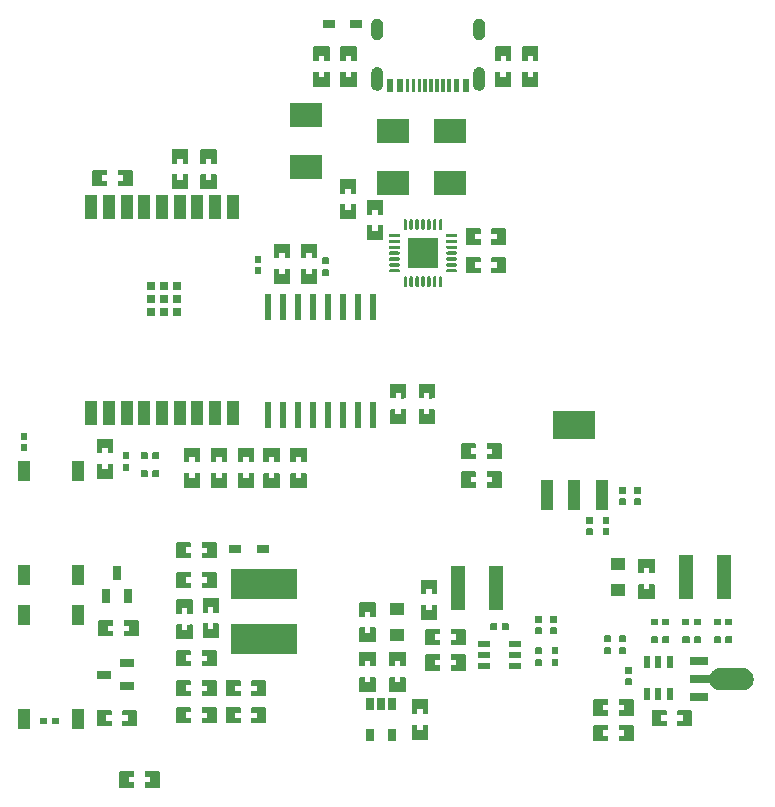
<source format=gtp>
G04 Layer: TopPasteMaskLayer*
G04 EasyEDA v6.5.51, 2025-09-17 03:24:35*
G04 4f8a5b0b326d43f2b3a6dc604e954ae0,d57bd40a603b42be9e37e0d49851eb9c,10*
G04 Gerber Generator version 0.2*
G04 Scale: 100 percent, Rotated: No, Reflected: No *
G04 Dimensions in millimeters *
G04 leading zeros omitted , absolute positions ,4 integer and 5 decimal *
%FSLAX45Y45*%
%MOMM*%

%AMMACRO1*21,1,$1,$2,0,0,$3*%
%ADD10R,1.0000X0.7500*%
%ADD11R,2.7432X2.1590*%
%ADD12R,1.3000X3.7000*%
%ADD13R,0.7000X1.2500*%
%ADD14R,1.2500X0.7000*%
%ADD15R,0.6000X1.1000*%
%ADD16R,1.1000X0.6000*%
%ADD17R,0.7000X1.1000*%
%ADD18R,1.0000X2.0000*%
%ADD19R,0.0144X2.0000*%
%ADD20R,0.7000X0.7000*%
%ADD21R,1.2500X1.0000*%
%ADD22R,0.5994X2.1996*%
%ADD23MACRO1,0.672X1.575X-90.0000*%
%ADD24R,1.1000X2.5000*%
%ADD25R,3.6000X2.3400*%
%ADD26R,1.0000X1.8000*%
%ADD27R,5.7000X2.5000*%

%LPD*%
G36*
X4237228Y-699668D02*
G01*
X4196232Y-700176D01*
X4191203Y-705205D01*
X4191203Y-820166D01*
X4196232Y-825195D01*
X4324197Y-825195D01*
X4329226Y-820166D01*
X4329226Y-705205D01*
X4324197Y-700176D01*
X4282236Y-700684D01*
X4282236Y-744677D01*
X4237228Y-744677D01*
G37*
G36*
X4196232Y-484174D02*
G01*
X4191203Y-489204D01*
X4191203Y-604215D01*
X4196232Y-609193D01*
X4238193Y-608685D01*
X4238193Y-564692D01*
X4283202Y-564692D01*
X4283202Y-609701D01*
X4324197Y-609193D01*
X4329226Y-604215D01*
X4329226Y-489204D01*
X4324197Y-484174D01*
G37*
G36*
X2929128Y-699668D02*
G01*
X2888132Y-700176D01*
X2883103Y-705205D01*
X2883103Y-820166D01*
X2888132Y-825195D01*
X3016097Y-825195D01*
X3021126Y-820166D01*
X3021126Y-705205D01*
X3016097Y-700176D01*
X2974136Y-700684D01*
X2974136Y-744677D01*
X2929128Y-744677D01*
G37*
G36*
X2888132Y-484174D02*
G01*
X2883103Y-489204D01*
X2883103Y-604215D01*
X2888132Y-609193D01*
X2930093Y-608685D01*
X2930093Y-564692D01*
X2975102Y-564692D01*
X2975102Y-609701D01*
X3016097Y-609193D01*
X3021126Y-604215D01*
X3021126Y-489204D01*
X3016097Y-484174D01*
G37*
G36*
X1714195Y-4680813D02*
G01*
X1709216Y-4685792D01*
X1709674Y-4727803D01*
X1753717Y-4727803D01*
X1753717Y-4772812D01*
X1708708Y-4772812D01*
X1709216Y-4813808D01*
X1714195Y-4818786D01*
X1829206Y-4818786D01*
X1834184Y-4813808D01*
X1834184Y-4685792D01*
X1829206Y-4680813D01*
G37*
G36*
X1498193Y-4680813D02*
G01*
X1493215Y-4685792D01*
X1493215Y-4813808D01*
X1498193Y-4818786D01*
X1613204Y-4818786D01*
X1618183Y-4813808D01*
X1617726Y-4771796D01*
X1573682Y-4771796D01*
X1573682Y-4726787D01*
X1618691Y-4726787D01*
X1618183Y-4685792D01*
X1613204Y-4680813D01*
G37*
G36*
X3532987Y-6229908D02*
G01*
X3491992Y-6230416D01*
X3487013Y-6235395D01*
X3487013Y-6350406D01*
X3491992Y-6355384D01*
X3620008Y-6355384D01*
X3624986Y-6350406D01*
X3624986Y-6235395D01*
X3620008Y-6230416D01*
X3577996Y-6230874D01*
X3577996Y-6274917D01*
X3532987Y-6274917D01*
G37*
G36*
X3491992Y-6014415D02*
G01*
X3487013Y-6019393D01*
X3487013Y-6134404D01*
X3491992Y-6139383D01*
X3534003Y-6138926D01*
X3534003Y-6094882D01*
X3579012Y-6094882D01*
X3579012Y-6139891D01*
X3620008Y-6139383D01*
X3624986Y-6134404D01*
X3624986Y-6019393D01*
X3620008Y-6014415D01*
G37*
G36*
X3549142Y-3341065D02*
G01*
X3544163Y-3346043D01*
X3544163Y-3461054D01*
X3549142Y-3466033D01*
X3591153Y-3465525D01*
X3591153Y-3421532D01*
X3636162Y-3421532D01*
X3636162Y-3466541D01*
X3677158Y-3466033D01*
X3682136Y-3461054D01*
X3682136Y-3346043D01*
X3677158Y-3341065D01*
G37*
G36*
X3590137Y-3556558D02*
G01*
X3549142Y-3557066D01*
X3544163Y-3562045D01*
X3544163Y-3677056D01*
X3549142Y-3682034D01*
X3677158Y-3682034D01*
X3682136Y-3677056D01*
X3682136Y-3562045D01*
X3677158Y-3557066D01*
X3635146Y-3557524D01*
X3635146Y-3601516D01*
X3590137Y-3601516D01*
G37*
G36*
X3307842Y-3341065D02*
G01*
X3302863Y-3346043D01*
X3302863Y-3461054D01*
X3307842Y-3466033D01*
X3349853Y-3465525D01*
X3349853Y-3421532D01*
X3394862Y-3421532D01*
X3394862Y-3466541D01*
X3435858Y-3466033D01*
X3440836Y-3461054D01*
X3440836Y-3346043D01*
X3435858Y-3341065D01*
G37*
G36*
X3348837Y-3556558D02*
G01*
X3307842Y-3557066D01*
X3302863Y-3562045D01*
X3302863Y-3677056D01*
X3307842Y-3682034D01*
X3435858Y-3682034D01*
X3440836Y-3677056D01*
X3440836Y-3562045D01*
X3435858Y-3557066D01*
X3393846Y-3557524D01*
X3393846Y-3601516D01*
X3348837Y-3601516D01*
G37*
G36*
X4127195Y-4083913D02*
G01*
X4122216Y-4088892D01*
X4122674Y-4130903D01*
X4166717Y-4130903D01*
X4166717Y-4175912D01*
X4121708Y-4175912D01*
X4122216Y-4216908D01*
X4127195Y-4221886D01*
X4242206Y-4221886D01*
X4247184Y-4216908D01*
X4247184Y-4088892D01*
X4242206Y-4083913D01*
G37*
G36*
X3911193Y-4083913D02*
G01*
X3906215Y-4088892D01*
X3906215Y-4216908D01*
X3911193Y-4221886D01*
X4026204Y-4221886D01*
X4031183Y-4216908D01*
X4030726Y-4174896D01*
X3986682Y-4174896D01*
X3986682Y-4129887D01*
X4031691Y-4129887D01*
X4031183Y-4088892D01*
X4026204Y-4083913D01*
G37*
G36*
X4127195Y-3842613D02*
G01*
X4122216Y-3847592D01*
X4122674Y-3889603D01*
X4166717Y-3889603D01*
X4166717Y-3934612D01*
X4121708Y-3934612D01*
X4122216Y-3975608D01*
X4127195Y-3980586D01*
X4242206Y-3980586D01*
X4247184Y-3975608D01*
X4247184Y-3847592D01*
X4242206Y-3842613D01*
G37*
G36*
X3911193Y-3842613D02*
G01*
X3906215Y-3847592D01*
X3906215Y-3975608D01*
X3911193Y-3980586D01*
X4026204Y-3980586D01*
X4031183Y-3975608D01*
X4030726Y-3933596D01*
X3986682Y-3933596D01*
X3986682Y-3888587D01*
X4031691Y-3888587D01*
X4031183Y-3847592D01*
X4026204Y-3842613D01*
G37*
G36*
X1714195Y-6077813D02*
G01*
X1709216Y-6082792D01*
X1709674Y-6124803D01*
X1753717Y-6124803D01*
X1753717Y-6169812D01*
X1708708Y-6169812D01*
X1709216Y-6210808D01*
X1714195Y-6215786D01*
X1829206Y-6215786D01*
X1834184Y-6210808D01*
X1834184Y-6082792D01*
X1829206Y-6077813D01*
G37*
G36*
X1498193Y-6077813D02*
G01*
X1493215Y-6082792D01*
X1493215Y-6210808D01*
X1498193Y-6215786D01*
X1613204Y-6215786D01*
X1618183Y-6210808D01*
X1617726Y-6168796D01*
X1573682Y-6168796D01*
X1573682Y-6123787D01*
X1618691Y-6123787D01*
X1618183Y-6082792D01*
X1613204Y-6077813D01*
G37*
G36*
X1714195Y-5849213D02*
G01*
X1709216Y-5854192D01*
X1709674Y-5896203D01*
X1753717Y-5896203D01*
X1753717Y-5941212D01*
X1708708Y-5941212D01*
X1709216Y-5982208D01*
X1714195Y-5987186D01*
X1829206Y-5987186D01*
X1834184Y-5982208D01*
X1834184Y-5854192D01*
X1829206Y-5849213D01*
G37*
G36*
X1498193Y-5849213D02*
G01*
X1493215Y-5854192D01*
X1493215Y-5982208D01*
X1498193Y-5987186D01*
X1613204Y-5987186D01*
X1618183Y-5982208D01*
X1617726Y-5940196D01*
X1573682Y-5940196D01*
X1573682Y-5895187D01*
X1618691Y-5895187D01*
X1618183Y-5854192D01*
X1613204Y-5849213D01*
G37*
G36*
X1714195Y-5595213D02*
G01*
X1709216Y-5600192D01*
X1709674Y-5642203D01*
X1753717Y-5642203D01*
X1753717Y-5687212D01*
X1708708Y-5687212D01*
X1709216Y-5728208D01*
X1714195Y-5733186D01*
X1829206Y-5733186D01*
X1834184Y-5728208D01*
X1834184Y-5600192D01*
X1829206Y-5595213D01*
G37*
G36*
X1498193Y-5595213D02*
G01*
X1493215Y-5600192D01*
X1493215Y-5728208D01*
X1498193Y-5733186D01*
X1613204Y-5733186D01*
X1618183Y-5728208D01*
X1617726Y-5686196D01*
X1573682Y-5686196D01*
X1573682Y-5641187D01*
X1618691Y-5641187D01*
X1618183Y-5600192D01*
X1613204Y-5595213D01*
G37*
G36*
X1498092Y-5163515D02*
G01*
X1493113Y-5168493D01*
X1493113Y-5283504D01*
X1498092Y-5288483D01*
X1540103Y-5288026D01*
X1540103Y-5243982D01*
X1585112Y-5243982D01*
X1585112Y-5288991D01*
X1626107Y-5288483D01*
X1631086Y-5283504D01*
X1631086Y-5168493D01*
X1626107Y-5163515D01*
G37*
G36*
X1539087Y-5379008D02*
G01*
X1498092Y-5379516D01*
X1493113Y-5384495D01*
X1493113Y-5499506D01*
X1498092Y-5504484D01*
X1626107Y-5504484D01*
X1631086Y-5499506D01*
X1631086Y-5384495D01*
X1626107Y-5379516D01*
X1584096Y-5379974D01*
X1584096Y-5424017D01*
X1539087Y-5424017D01*
G37*
G36*
X2018792Y-3881272D02*
G01*
X2013813Y-3886301D01*
X2013813Y-4001312D01*
X2018792Y-4006291D01*
X2060803Y-4005783D01*
X2060803Y-3961790D01*
X2105812Y-3961790D01*
X2105812Y-4006799D01*
X2146808Y-4006291D01*
X2151786Y-4001312D01*
X2151786Y-3886301D01*
X2146808Y-3881272D01*
G37*
G36*
X2018792Y-4096308D02*
G01*
X2013813Y-4101287D01*
X2013813Y-4216298D01*
X2018792Y-4221276D01*
X2146808Y-4221276D01*
X2151786Y-4216298D01*
X2151786Y-4101287D01*
X2146808Y-4096308D01*
X2105812Y-4096816D01*
X2105812Y-4140809D01*
X2060803Y-4140809D01*
X2060803Y-4096308D01*
G37*
G36*
X1602587Y-4095800D02*
G01*
X1561592Y-4096308D01*
X1556613Y-4101287D01*
X1556613Y-4216298D01*
X1561592Y-4221327D01*
X1689607Y-4221327D01*
X1694586Y-4216298D01*
X1694586Y-4101287D01*
X1689607Y-4096308D01*
X1647596Y-4096816D01*
X1647596Y-4140809D01*
X1602587Y-4140809D01*
G37*
G36*
X1561592Y-3881323D02*
G01*
X1556613Y-3886301D01*
X1556613Y-4001312D01*
X1561592Y-4006291D01*
X1602587Y-4005783D01*
X1602587Y-3961790D01*
X1647596Y-3961790D01*
X1647596Y-4006291D01*
X1689607Y-4006291D01*
X1694586Y-4001312D01*
X1694586Y-3886301D01*
X1689607Y-3881323D01*
G37*
G36*
X1053287Y-5341213D02*
G01*
X1048308Y-5346192D01*
X1048816Y-5388203D01*
X1092809Y-5388203D01*
X1092809Y-5433212D01*
X1047800Y-5433212D01*
X1048308Y-5474208D01*
X1053287Y-5479186D01*
X1168298Y-5479186D01*
X1173327Y-5474208D01*
X1173327Y-5346192D01*
X1168298Y-5341213D01*
G37*
G36*
X838301Y-5341213D02*
G01*
X833323Y-5346192D01*
X833323Y-5474208D01*
X838301Y-5479186D01*
X953312Y-5479186D01*
X958291Y-5474208D01*
X957783Y-5433212D01*
X913790Y-5433212D01*
X913790Y-5388203D01*
X958291Y-5388203D01*
X958291Y-5346192D01*
X953312Y-5341213D01*
G37*
G36*
X3088487Y-5823000D02*
G01*
X3047492Y-5823508D01*
X3042513Y-5828487D01*
X3042513Y-5943498D01*
X3047492Y-5948527D01*
X3175508Y-5948527D01*
X3180486Y-5943498D01*
X3180486Y-5828487D01*
X3175508Y-5823508D01*
X3133496Y-5824016D01*
X3133496Y-5868009D01*
X3088487Y-5868009D01*
G37*
G36*
X3047492Y-5608523D02*
G01*
X3042513Y-5613501D01*
X3042513Y-5728512D01*
X3047492Y-5733491D01*
X3088487Y-5732983D01*
X3088487Y-5688990D01*
X3133496Y-5688990D01*
X3133496Y-5733491D01*
X3175508Y-5733491D01*
X3180486Y-5728512D01*
X3180486Y-5613501D01*
X3175508Y-5608523D01*
G37*
G36*
X5029301Y-6230213D02*
G01*
X5024272Y-6235192D01*
X5024272Y-6363208D01*
X5029301Y-6368186D01*
X5144312Y-6368186D01*
X5149291Y-6363208D01*
X5148783Y-6321196D01*
X5104790Y-6321196D01*
X5104790Y-6276187D01*
X5149799Y-6276187D01*
X5149291Y-6235192D01*
X5144312Y-6230213D01*
G37*
G36*
X5244287Y-6230213D02*
G01*
X5239308Y-6235192D01*
X5239816Y-6276187D01*
X5283809Y-6276187D01*
X5283809Y-6321196D01*
X5239308Y-6321196D01*
X5239308Y-6363208D01*
X5244287Y-6368186D01*
X5359298Y-6368186D01*
X5364276Y-6363208D01*
X5364276Y-6235192D01*
X5359298Y-6230213D01*
G37*
G36*
X865987Y-4019600D02*
G01*
X824992Y-4020108D01*
X820013Y-4025087D01*
X820013Y-4140098D01*
X824992Y-4145127D01*
X953008Y-4145127D01*
X957986Y-4140098D01*
X957986Y-4025087D01*
X953008Y-4020108D01*
X910996Y-4020616D01*
X910996Y-4064609D01*
X865987Y-4064609D01*
G37*
G36*
X824992Y-3805123D02*
G01*
X820013Y-3810101D01*
X820013Y-3925112D01*
X824992Y-3930091D01*
X865987Y-3929583D01*
X865987Y-3885590D01*
X910996Y-3885590D01*
X910996Y-3930091D01*
X953008Y-3930091D01*
X957986Y-3925112D01*
X957986Y-3810101D01*
X953008Y-3805123D01*
G37*
G36*
X825601Y-6103213D02*
G01*
X820572Y-6108192D01*
X820572Y-6236208D01*
X825601Y-6241186D01*
X940612Y-6241186D01*
X945591Y-6236208D01*
X945083Y-6194196D01*
X901090Y-6194196D01*
X901090Y-6149187D01*
X946099Y-6149187D01*
X945591Y-6108192D01*
X940612Y-6103213D01*
G37*
G36*
X1040587Y-6103213D02*
G01*
X1035608Y-6108192D01*
X1036116Y-6149187D01*
X1080109Y-6149187D01*
X1080109Y-6194196D01*
X1035608Y-6194196D01*
X1035608Y-6236208D01*
X1040587Y-6241186D01*
X1155598Y-6241186D01*
X1160576Y-6236208D01*
X1160576Y-6108192D01*
X1155598Y-6103213D01*
G37*
G36*
X5409692Y-4821072D02*
G01*
X5404713Y-4826101D01*
X5404713Y-4941112D01*
X5409692Y-4946091D01*
X5451703Y-4945583D01*
X5451703Y-4901590D01*
X5496712Y-4901590D01*
X5496712Y-4946599D01*
X5537708Y-4946091D01*
X5542686Y-4941112D01*
X5542686Y-4826101D01*
X5537708Y-4821072D01*
G37*
G36*
X5409692Y-5036108D02*
G01*
X5404713Y-5041087D01*
X5404713Y-5156098D01*
X5409692Y-5161076D01*
X5537708Y-5161076D01*
X5542686Y-5156098D01*
X5542686Y-5041087D01*
X5537708Y-5036108D01*
X5496712Y-5036616D01*
X5496712Y-5080609D01*
X5451703Y-5080609D01*
X5451703Y-5036108D01*
G37*
G36*
X3301492Y-5608472D02*
G01*
X3296513Y-5613501D01*
X3296513Y-5728512D01*
X3301492Y-5733491D01*
X3343503Y-5732983D01*
X3343503Y-5688990D01*
X3388512Y-5688990D01*
X3388512Y-5733999D01*
X3429508Y-5733491D01*
X3434486Y-5728512D01*
X3434486Y-5613501D01*
X3429508Y-5608472D01*
G37*
G36*
X3301492Y-5823508D02*
G01*
X3296513Y-5828487D01*
X3296513Y-5943498D01*
X3301492Y-5948476D01*
X3429508Y-5948476D01*
X3434486Y-5943498D01*
X3434486Y-5828487D01*
X3429508Y-5823508D01*
X3388512Y-5824016D01*
X3388512Y-5868009D01*
X3343503Y-5868009D01*
X3343503Y-5823508D01*
G37*
G36*
X1500987Y-1568500D02*
G01*
X1459992Y-1569008D01*
X1455013Y-1573987D01*
X1455013Y-1688998D01*
X1459992Y-1694027D01*
X1588008Y-1694027D01*
X1592986Y-1688998D01*
X1592986Y-1573987D01*
X1588008Y-1569008D01*
X1545996Y-1569516D01*
X1545996Y-1613509D01*
X1500987Y-1613509D01*
G37*
G36*
X1459992Y-1354023D02*
G01*
X1455013Y-1359001D01*
X1455013Y-1474012D01*
X1459992Y-1478991D01*
X1500987Y-1478483D01*
X1500987Y-1434490D01*
X1545996Y-1434490D01*
X1545996Y-1478991D01*
X1588008Y-1478991D01*
X1592986Y-1474012D01*
X1592986Y-1359001D01*
X1588008Y-1354023D01*
G37*
G36*
X5524601Y-6103213D02*
G01*
X5519572Y-6108192D01*
X5519572Y-6236208D01*
X5524601Y-6241186D01*
X5639612Y-6241186D01*
X5644591Y-6236208D01*
X5644083Y-6194196D01*
X5600090Y-6194196D01*
X5600090Y-6149187D01*
X5645099Y-6149187D01*
X5644591Y-6108192D01*
X5639612Y-6103213D01*
G37*
G36*
X5739587Y-6103213D02*
G01*
X5734608Y-6108192D01*
X5735116Y-6149187D01*
X5779109Y-6149187D01*
X5779109Y-6194196D01*
X5734608Y-6194196D01*
X5734608Y-6236208D01*
X5739587Y-6241186D01*
X5854598Y-6241186D01*
X5859576Y-6236208D01*
X5859576Y-6108192D01*
X5854598Y-6103213D01*
G37*
G36*
X1742287Y-1568500D02*
G01*
X1701292Y-1569008D01*
X1696313Y-1573987D01*
X1696313Y-1688998D01*
X1701292Y-1694027D01*
X1829307Y-1694027D01*
X1834286Y-1688998D01*
X1834286Y-1573987D01*
X1829307Y-1569008D01*
X1787296Y-1569516D01*
X1787296Y-1613509D01*
X1742287Y-1613509D01*
G37*
G36*
X1701292Y-1354023D02*
G01*
X1696313Y-1359001D01*
X1696313Y-1474012D01*
X1701292Y-1478991D01*
X1742287Y-1478483D01*
X1742287Y-1434490D01*
X1787296Y-1434490D01*
X1787296Y-1478991D01*
X1829307Y-1478991D01*
X1834286Y-1474012D01*
X1834286Y-1359001D01*
X1829307Y-1354023D01*
G37*
G36*
X5029301Y-6014313D02*
G01*
X5024272Y-6019292D01*
X5024272Y-6147308D01*
X5029301Y-6152286D01*
X5144312Y-6152286D01*
X5149291Y-6147308D01*
X5148783Y-6105296D01*
X5104790Y-6105296D01*
X5104790Y-6060287D01*
X5149799Y-6060287D01*
X5149291Y-6019292D01*
X5144312Y-6014313D01*
G37*
G36*
X5244287Y-6014313D02*
G01*
X5239308Y-6019292D01*
X5239816Y-6060287D01*
X5283809Y-6060287D01*
X5283809Y-6105296D01*
X5239308Y-6105296D01*
X5239308Y-6147308D01*
X5244287Y-6152286D01*
X5359298Y-6152286D01*
X5364276Y-6147308D01*
X5364276Y-6019292D01*
X5359298Y-6014313D01*
G37*
G36*
X2700528Y-699211D02*
G01*
X2659532Y-699668D01*
X2654503Y-704697D01*
X2654503Y-819708D01*
X2659532Y-824687D01*
X2787497Y-824687D01*
X2792526Y-819708D01*
X2792526Y-704697D01*
X2787497Y-699668D01*
X2745536Y-700176D01*
X2745536Y-744169D01*
X2700528Y-744169D01*
G37*
G36*
X2659532Y-484682D02*
G01*
X2654503Y-489712D01*
X2654503Y-604672D01*
X2659532Y-609701D01*
X2700528Y-609193D01*
X2700528Y-565200D01*
X2745536Y-565200D01*
X2745536Y-609701D01*
X2787497Y-609701D01*
X2792526Y-604672D01*
X2792526Y-489712D01*
X2787497Y-484682D01*
G37*
G36*
X4424832Y-484682D02*
G01*
X4419803Y-489661D01*
X4419803Y-604672D01*
X4424832Y-609701D01*
X4466793Y-609193D01*
X4466793Y-565200D01*
X4511802Y-565200D01*
X4511802Y-610209D01*
X4552797Y-609701D01*
X4557826Y-604672D01*
X4557826Y-489661D01*
X4552797Y-484682D01*
G37*
G36*
X4424832Y-699668D02*
G01*
X4419803Y-704697D01*
X4419803Y-819708D01*
X4424832Y-824687D01*
X4552797Y-824687D01*
X4557826Y-819708D01*
X4557826Y-704697D01*
X4552797Y-699668D01*
X4511802Y-700176D01*
X4511802Y-744169D01*
X4466793Y-744169D01*
X4466793Y-699668D01*
G37*
G36*
X787501Y-1531213D02*
G01*
X782472Y-1536192D01*
X782472Y-1664207D01*
X787501Y-1669186D01*
X902512Y-1669186D01*
X907491Y-1664207D01*
X906983Y-1622196D01*
X862990Y-1622196D01*
X862990Y-1577187D01*
X907999Y-1577187D01*
X907491Y-1536192D01*
X902512Y-1531213D01*
G37*
G36*
X1002487Y-1531213D02*
G01*
X997508Y-1536192D01*
X998016Y-1577187D01*
X1042009Y-1577187D01*
X1042009Y-1622196D01*
X997508Y-1622196D01*
X997508Y-1664207D01*
X1002487Y-1669186D01*
X1117498Y-1669186D01*
X1122476Y-1664207D01*
X1122476Y-1536192D01*
X1117498Y-1531213D01*
G37*
G36*
X2275687Y-4095800D02*
G01*
X2234692Y-4096308D01*
X2229713Y-4101287D01*
X2229713Y-4216298D01*
X2234692Y-4221327D01*
X2362708Y-4221327D01*
X2367686Y-4216298D01*
X2367686Y-4101287D01*
X2362708Y-4096308D01*
X2320696Y-4096816D01*
X2320696Y-4140809D01*
X2275687Y-4140809D01*
G37*
G36*
X2234692Y-3881323D02*
G01*
X2229713Y-3886301D01*
X2229713Y-4001312D01*
X2234692Y-4006291D01*
X2275687Y-4005783D01*
X2275687Y-3961790D01*
X2320696Y-3961790D01*
X2320696Y-4006291D01*
X2362708Y-4006291D01*
X2367686Y-4001312D01*
X2367686Y-3886301D01*
X2362708Y-3881323D01*
G37*
G36*
X1790192Y-3881272D02*
G01*
X1785213Y-3886301D01*
X1785213Y-4001312D01*
X1790192Y-4006291D01*
X1832203Y-4005783D01*
X1832203Y-3961790D01*
X1877212Y-3961790D01*
X1877212Y-4006799D01*
X1918207Y-4006291D01*
X1923186Y-4001312D01*
X1923186Y-3886301D01*
X1918207Y-3881272D01*
G37*
G36*
X1790192Y-4096308D02*
G01*
X1785213Y-4101287D01*
X1785213Y-4216298D01*
X1790192Y-4221276D01*
X1918207Y-4221276D01*
X1923186Y-4216298D01*
X1923186Y-4101287D01*
X1918207Y-4096308D01*
X1877212Y-4096816D01*
X1877212Y-4140809D01*
X1832203Y-4140809D01*
X1832203Y-4096308D01*
G37*
G36*
X2504287Y-4095800D02*
G01*
X2463292Y-4096308D01*
X2458313Y-4101287D01*
X2458313Y-4216298D01*
X2463292Y-4221327D01*
X2591308Y-4221327D01*
X2596286Y-4216298D01*
X2596286Y-4101287D01*
X2591308Y-4096308D01*
X2549296Y-4096816D01*
X2549296Y-4140809D01*
X2504287Y-4140809D01*
G37*
G36*
X2463292Y-3881323D02*
G01*
X2458313Y-3886301D01*
X2458313Y-4001312D01*
X2463292Y-4006291D01*
X2504287Y-4005783D01*
X2504287Y-3961790D01*
X2549296Y-3961790D01*
X2549296Y-4006291D01*
X2591308Y-4006291D01*
X2596286Y-4001312D01*
X2596286Y-3886301D01*
X2591308Y-3881323D01*
G37*
G36*
X3949801Y-2026513D02*
G01*
X3944772Y-2031492D01*
X3944772Y-2159508D01*
X3949801Y-2164486D01*
X4064812Y-2164486D01*
X4069791Y-2159508D01*
X4069283Y-2117496D01*
X4025290Y-2117496D01*
X4025290Y-2072487D01*
X4070299Y-2072487D01*
X4069791Y-2031492D01*
X4064812Y-2026513D01*
G37*
G36*
X4164787Y-2026513D02*
G01*
X4159808Y-2031492D01*
X4160316Y-2072487D01*
X4204309Y-2072487D01*
X4204309Y-2117496D01*
X4159808Y-2117496D01*
X4159808Y-2159508D01*
X4164787Y-2164486D01*
X4279798Y-2164486D01*
X4284776Y-2159508D01*
X4284776Y-2031492D01*
X4279798Y-2026513D01*
G37*
G36*
X3949801Y-2267813D02*
G01*
X3944772Y-2272792D01*
X3944772Y-2400808D01*
X3949801Y-2405786D01*
X4064812Y-2405786D01*
X4069791Y-2400808D01*
X4069283Y-2358796D01*
X4025290Y-2358796D01*
X4025290Y-2313787D01*
X4070299Y-2313787D01*
X4069791Y-2272792D01*
X4064812Y-2267813D01*
G37*
G36*
X4164787Y-2267813D02*
G01*
X4159808Y-2272792D01*
X4160316Y-2313787D01*
X4204309Y-2313787D01*
X4204309Y-2358796D01*
X4159808Y-2358796D01*
X4159808Y-2400808D01*
X4164787Y-2405786D01*
X4279798Y-2405786D01*
X4284776Y-2400808D01*
X4284776Y-2272792D01*
X4279798Y-2267813D01*
G37*
G36*
X3568192Y-4998872D02*
G01*
X3563213Y-5003901D01*
X3563213Y-5118912D01*
X3568192Y-5123891D01*
X3610203Y-5123383D01*
X3610203Y-5079390D01*
X3655212Y-5079390D01*
X3655212Y-5124399D01*
X3696208Y-5123891D01*
X3701186Y-5118912D01*
X3701186Y-5003901D01*
X3696208Y-4998872D01*
G37*
G36*
X3568192Y-5213908D02*
G01*
X3563213Y-5218887D01*
X3563213Y-5333898D01*
X3568192Y-5338876D01*
X3696208Y-5338876D01*
X3701186Y-5333898D01*
X3701186Y-5218887D01*
X3696208Y-5213908D01*
X3655212Y-5214416D01*
X3655212Y-5258409D01*
X3610203Y-5258409D01*
X3610203Y-5213908D01*
G37*
G36*
X3110992Y-1785772D02*
G01*
X3106013Y-1790801D01*
X3106013Y-1905812D01*
X3110992Y-1910791D01*
X3153003Y-1910283D01*
X3153003Y-1866290D01*
X3198012Y-1866290D01*
X3198012Y-1911299D01*
X3239008Y-1910791D01*
X3243986Y-1905812D01*
X3243986Y-1790801D01*
X3239008Y-1785772D01*
G37*
G36*
X3110992Y-2000808D02*
G01*
X3106013Y-2005787D01*
X3106013Y-2120798D01*
X3110992Y-2125776D01*
X3239008Y-2125776D01*
X3243986Y-2120798D01*
X3243986Y-2005787D01*
X3239008Y-2000808D01*
X3198012Y-2001316D01*
X3198012Y-2045309D01*
X3153003Y-2045309D01*
X3153003Y-2000808D01*
G37*
G36*
X3088487Y-5403900D02*
G01*
X3047492Y-5404408D01*
X3042513Y-5409387D01*
X3042513Y-5524398D01*
X3047492Y-5529427D01*
X3175508Y-5529427D01*
X3180486Y-5524398D01*
X3180486Y-5409387D01*
X3175508Y-5404408D01*
X3133496Y-5404916D01*
X3133496Y-5448909D01*
X3088487Y-5448909D01*
G37*
G36*
X3047492Y-5189423D02*
G01*
X3042513Y-5194401D01*
X3042513Y-5309412D01*
X3047492Y-5314391D01*
X3088487Y-5313883D01*
X3088487Y-5269890D01*
X3133496Y-5269890D01*
X3133496Y-5314391D01*
X3175508Y-5314391D01*
X3180486Y-5309412D01*
X3180486Y-5194401D01*
X3175508Y-5189423D01*
G37*
G36*
X3821887Y-5633313D02*
G01*
X3816908Y-5638292D01*
X3817416Y-5680303D01*
X3861409Y-5680303D01*
X3861409Y-5725312D01*
X3816400Y-5725312D01*
X3816908Y-5766308D01*
X3821887Y-5771286D01*
X3936898Y-5771286D01*
X3941927Y-5766308D01*
X3941927Y-5638292D01*
X3936898Y-5633313D01*
G37*
G36*
X3606901Y-5633313D02*
G01*
X3601923Y-5638292D01*
X3601923Y-5766308D01*
X3606901Y-5771286D01*
X3721912Y-5771286D01*
X3726891Y-5766308D01*
X3726383Y-5725312D01*
X3682390Y-5725312D01*
X3682390Y-5680303D01*
X3726891Y-5680303D01*
X3726891Y-5638292D01*
X3721912Y-5633313D01*
G37*
G36*
X2882392Y-1607972D02*
G01*
X2877413Y-1613001D01*
X2877413Y-1728012D01*
X2882392Y-1732991D01*
X2924403Y-1732483D01*
X2924403Y-1688490D01*
X2969412Y-1688490D01*
X2969412Y-1733499D01*
X3010408Y-1732991D01*
X3015386Y-1728012D01*
X3015386Y-1613001D01*
X3010408Y-1607972D01*
G37*
G36*
X2882392Y-1823008D02*
G01*
X2877413Y-1827987D01*
X2877413Y-1942998D01*
X2882392Y-1947976D01*
X3010408Y-1947976D01*
X3015386Y-1942998D01*
X3015386Y-1827987D01*
X3010408Y-1823008D01*
X2969412Y-1823516D01*
X2969412Y-1867509D01*
X2924403Y-1867509D01*
X2924403Y-1823008D01*
G37*
G36*
X3606901Y-5417413D02*
G01*
X3601872Y-5422392D01*
X3601872Y-5550408D01*
X3606901Y-5555386D01*
X3721912Y-5555386D01*
X3726891Y-5550408D01*
X3726383Y-5508396D01*
X3682390Y-5508396D01*
X3682390Y-5463387D01*
X3727399Y-5463387D01*
X3726891Y-5422392D01*
X3721912Y-5417413D01*
G37*
G36*
X3821887Y-5417413D02*
G01*
X3816908Y-5422392D01*
X3817416Y-5463387D01*
X3861409Y-5463387D01*
X3861409Y-5508396D01*
X3816908Y-5508396D01*
X3816908Y-5550408D01*
X3821887Y-5555386D01*
X3936898Y-5555386D01*
X3941876Y-5550408D01*
X3941876Y-5422392D01*
X3936898Y-5417413D01*
G37*
G36*
X2323592Y-2154072D02*
G01*
X2318613Y-2159101D01*
X2318613Y-2274112D01*
X2323592Y-2279091D01*
X2365603Y-2278583D01*
X2365603Y-2234590D01*
X2410612Y-2234590D01*
X2410612Y-2279599D01*
X2451608Y-2279091D01*
X2456586Y-2274112D01*
X2456586Y-2159101D01*
X2451608Y-2154072D01*
G37*
G36*
X2323592Y-2369108D02*
G01*
X2318613Y-2374087D01*
X2318613Y-2489098D01*
X2323592Y-2494076D01*
X2451608Y-2494076D01*
X2456586Y-2489098D01*
X2456586Y-2374087D01*
X2451608Y-2369108D01*
X2410612Y-2369616D01*
X2410612Y-2413609D01*
X2365603Y-2413609D01*
X2365603Y-2369108D01*
G37*
G36*
X1016101Y-6623913D02*
G01*
X1011072Y-6628892D01*
X1011072Y-6756908D01*
X1016101Y-6761886D01*
X1131112Y-6761886D01*
X1136091Y-6756908D01*
X1135583Y-6714896D01*
X1091590Y-6714896D01*
X1091590Y-6669887D01*
X1136599Y-6669887D01*
X1136091Y-6628892D01*
X1131112Y-6623913D01*
G37*
G36*
X1231087Y-6623913D02*
G01*
X1226108Y-6628892D01*
X1226616Y-6669887D01*
X1270609Y-6669887D01*
X1270609Y-6714896D01*
X1226108Y-6714896D01*
X1226108Y-6756908D01*
X1231087Y-6761886D01*
X1346098Y-6761886D01*
X1351076Y-6756908D01*
X1351076Y-6628892D01*
X1346098Y-6623913D01*
G37*
G36*
X2593187Y-2368600D02*
G01*
X2552192Y-2369108D01*
X2547213Y-2374087D01*
X2547213Y-2489098D01*
X2552192Y-2494127D01*
X2680208Y-2494127D01*
X2685186Y-2489098D01*
X2685186Y-2374087D01*
X2680208Y-2369108D01*
X2638196Y-2369616D01*
X2638196Y-2413609D01*
X2593187Y-2413609D01*
G37*
G36*
X2552192Y-2154123D02*
G01*
X2547213Y-2159101D01*
X2547213Y-2274112D01*
X2552192Y-2279091D01*
X2593187Y-2278583D01*
X2593187Y-2234590D01*
X2638196Y-2234590D01*
X2638196Y-2279091D01*
X2680208Y-2279091D01*
X2685186Y-2274112D01*
X2685186Y-2159101D01*
X2680208Y-2154123D01*
G37*
G36*
X2132787Y-5849213D02*
G01*
X2127808Y-5854192D01*
X2128316Y-5896203D01*
X2172309Y-5896203D01*
X2172309Y-5941212D01*
X2127300Y-5941212D01*
X2127808Y-5982208D01*
X2132787Y-5987186D01*
X2247798Y-5987186D01*
X2252827Y-5982208D01*
X2252827Y-5854192D01*
X2247798Y-5849213D01*
G37*
G36*
X1917801Y-5849213D02*
G01*
X1912823Y-5854192D01*
X1912823Y-5982208D01*
X1917801Y-5987186D01*
X2032812Y-5987186D01*
X2037791Y-5982208D01*
X2037283Y-5941212D01*
X1993290Y-5941212D01*
X1993290Y-5896203D01*
X2037791Y-5896203D01*
X2037791Y-5854192D01*
X2032812Y-5849213D01*
G37*
G36*
X2132787Y-6077813D02*
G01*
X2127808Y-6082792D01*
X2128316Y-6124803D01*
X2172309Y-6124803D01*
X2172309Y-6169812D01*
X2127300Y-6169812D01*
X2127808Y-6210808D01*
X2132787Y-6215786D01*
X2247798Y-6215786D01*
X2252827Y-6210808D01*
X2252827Y-6082792D01*
X2247798Y-6077813D01*
G37*
G36*
X1917801Y-6077813D02*
G01*
X1912823Y-6082792D01*
X1912823Y-6210808D01*
X1917801Y-6215786D01*
X2032812Y-6215786D01*
X2037791Y-6210808D01*
X2037283Y-6169812D01*
X1993290Y-6169812D01*
X1993290Y-6124803D01*
X2037791Y-6124803D01*
X2037791Y-6082792D01*
X2032812Y-6077813D01*
G37*
G36*
X1761642Y-5368544D02*
G01*
X1720596Y-5369052D01*
X1715617Y-5374081D01*
X1715617Y-5489041D01*
X1720596Y-5494070D01*
X1848612Y-5494070D01*
X1853590Y-5489041D01*
X1853590Y-5374081D01*
X1848612Y-5369052D01*
X1806600Y-5369560D01*
X1806600Y-5413552D01*
X1761642Y-5413552D01*
G37*
G36*
X1720596Y-5154066D02*
G01*
X1715617Y-5159044D01*
X1715617Y-5274056D01*
X1720596Y-5279085D01*
X1761642Y-5278577D01*
X1761642Y-5234584D01*
X1806600Y-5234584D01*
X1806600Y-5279085D01*
X1848612Y-5279085D01*
X1853590Y-5274056D01*
X1853590Y-5159044D01*
X1848612Y-5154066D01*
G37*
G36*
X1498701Y-4934813D02*
G01*
X1493672Y-4939792D01*
X1493672Y-5067808D01*
X1498701Y-5072786D01*
X1613712Y-5072786D01*
X1618691Y-5067808D01*
X1618183Y-5025796D01*
X1574190Y-5025796D01*
X1574190Y-4980787D01*
X1619199Y-4980787D01*
X1618691Y-4939792D01*
X1613712Y-4934813D01*
G37*
G36*
X1713687Y-4934813D02*
G01*
X1708708Y-4939792D01*
X1709216Y-4980787D01*
X1753209Y-4980787D01*
X1753209Y-5025796D01*
X1708708Y-5025796D01*
X1708708Y-5067808D01*
X1713687Y-5072786D01*
X1828698Y-5072786D01*
X1833676Y-5067808D01*
X1833676Y-4939792D01*
X1828698Y-4934813D01*
G37*
G36*
X5298795Y-5834583D02*
G01*
X5293817Y-5841593D01*
X5293817Y-5889599D01*
X5298795Y-5894578D01*
X5343804Y-5894578D01*
X5348782Y-5889599D01*
X5348782Y-5841593D01*
X5343804Y-5834583D01*
G37*
G36*
X5298795Y-5738622D02*
G01*
X5293817Y-5743600D01*
X5293817Y-5791606D01*
X5298795Y-5798616D01*
X5343804Y-5798616D01*
X5348782Y-5791606D01*
X5348782Y-5743600D01*
X5343804Y-5738622D01*
G37*
G36*
X1197000Y-3922217D02*
G01*
X1192022Y-3927195D01*
X1192022Y-3972204D01*
X1197000Y-3977182D01*
X1245006Y-3977182D01*
X1252016Y-3972204D01*
X1252016Y-3927195D01*
X1245006Y-3922217D01*
G37*
G36*
X1294993Y-3922217D02*
G01*
X1287983Y-3927195D01*
X1287983Y-3972204D01*
X1294993Y-3977182D01*
X1342999Y-3977182D01*
X1347978Y-3972204D01*
X1347978Y-3927195D01*
X1342999Y-3922217D01*
G37*
G36*
X1197000Y-4074617D02*
G01*
X1192022Y-4079595D01*
X1192022Y-4124604D01*
X1197000Y-4129582D01*
X1245006Y-4129582D01*
X1252016Y-4124604D01*
X1252016Y-4079595D01*
X1245006Y-4074617D01*
G37*
G36*
X1294993Y-4074617D02*
G01*
X1287983Y-4079595D01*
X1287983Y-4124604D01*
X1294993Y-4129582D01*
X1342999Y-4129582D01*
X1347978Y-4124604D01*
X1347978Y-4079595D01*
X1342999Y-4074617D01*
G37*
G36*
X5612993Y-5331917D02*
G01*
X5605983Y-5336895D01*
X5605983Y-5381904D01*
X5612993Y-5386882D01*
X5660999Y-5386882D01*
X5665978Y-5381904D01*
X5665978Y-5336895D01*
X5660999Y-5331917D01*
G37*
G36*
X5515000Y-5331917D02*
G01*
X5510022Y-5336895D01*
X5510022Y-5381904D01*
X5515000Y-5386882D01*
X5563006Y-5386882D01*
X5570016Y-5381904D01*
X5570016Y-5336895D01*
X5563006Y-5331917D01*
G37*
G36*
X5614517Y-5479491D02*
G01*
X5607507Y-5484469D01*
X5607507Y-5529478D01*
X5614517Y-5534456D01*
X5662523Y-5534456D01*
X5667502Y-5529478D01*
X5667502Y-5484469D01*
X5662523Y-5479491D01*
G37*
G36*
X5516524Y-5479491D02*
G01*
X5511495Y-5484469D01*
X5511495Y-5529478D01*
X5516524Y-5534456D01*
X5564479Y-5534456D01*
X5571490Y-5529478D01*
X5571490Y-5484469D01*
X5564479Y-5479491D01*
G37*
G36*
X180695Y-3757422D02*
G01*
X175717Y-3762400D01*
X175717Y-3810406D01*
X180695Y-3817416D01*
X225704Y-3817416D01*
X230682Y-3810406D01*
X230682Y-3762400D01*
X225704Y-3757422D01*
G37*
G36*
X180695Y-3853383D02*
G01*
X175717Y-3860393D01*
X175717Y-3908399D01*
X180695Y-3913378D01*
X225704Y-3913378D01*
X230682Y-3908399D01*
X230682Y-3860393D01*
X225704Y-3853383D01*
G37*
G36*
X5247995Y-5567883D02*
G01*
X5243017Y-5574893D01*
X5243017Y-5622899D01*
X5247995Y-5627878D01*
X5293004Y-5627878D01*
X5297982Y-5622899D01*
X5297982Y-5574893D01*
X5293004Y-5567883D01*
G37*
G36*
X5247995Y-5471922D02*
G01*
X5243017Y-5476900D01*
X5243017Y-5524906D01*
X5247995Y-5531916D01*
X5293004Y-5531916D01*
X5297982Y-5524906D01*
X5297982Y-5476900D01*
X5293004Y-5471922D01*
G37*
G36*
X5120995Y-5567883D02*
G01*
X5116017Y-5574893D01*
X5116017Y-5622899D01*
X5120995Y-5627878D01*
X5166004Y-5627878D01*
X5170982Y-5622899D01*
X5170982Y-5574893D01*
X5166004Y-5567883D01*
G37*
G36*
X5120995Y-5471922D02*
G01*
X5116017Y-5476900D01*
X5116017Y-5524906D01*
X5120995Y-5531916D01*
X5166004Y-5531916D01*
X5170982Y-5524906D01*
X5170982Y-5476900D01*
X5166004Y-5471922D01*
G37*
G36*
X1044295Y-3922522D02*
G01*
X1039317Y-3927500D01*
X1039317Y-3975506D01*
X1044295Y-3982516D01*
X1089304Y-3982516D01*
X1094282Y-3975506D01*
X1094282Y-3927500D01*
X1089304Y-3922522D01*
G37*
G36*
X1044295Y-4018483D02*
G01*
X1039317Y-4025493D01*
X1039317Y-4073499D01*
X1044295Y-4078478D01*
X1089304Y-4078478D01*
X1094282Y-4073499D01*
X1094282Y-4025493D01*
X1089304Y-4018483D01*
G37*
G36*
X346100Y-6170117D02*
G01*
X341122Y-6175095D01*
X341122Y-6220104D01*
X346100Y-6225082D01*
X394106Y-6225082D01*
X401116Y-6220104D01*
X401116Y-6175095D01*
X394106Y-6170117D01*
G37*
G36*
X444093Y-6170117D02*
G01*
X437083Y-6175095D01*
X437083Y-6220104D01*
X444093Y-6225082D01*
X492099Y-6225082D01*
X497078Y-6220104D01*
X497078Y-6175095D01*
X492099Y-6170117D01*
G37*
G36*
X4156100Y-5370017D02*
G01*
X4151122Y-5374995D01*
X4151122Y-5420004D01*
X4156100Y-5424982D01*
X4204106Y-5424982D01*
X4211116Y-5420004D01*
X4211116Y-5374995D01*
X4204106Y-5370017D01*
G37*
G36*
X4254093Y-5370017D02*
G01*
X4247083Y-5374995D01*
X4247083Y-5420004D01*
X4254093Y-5424982D01*
X4302099Y-5424982D01*
X4307078Y-5420004D01*
X4307078Y-5374995D01*
X4302099Y-5370017D01*
G37*
G36*
X2733395Y-2367483D02*
G01*
X2728417Y-2374493D01*
X2728417Y-2422499D01*
X2733395Y-2427478D01*
X2778404Y-2427478D01*
X2783382Y-2422499D01*
X2783382Y-2374493D01*
X2778404Y-2367483D01*
G37*
G36*
X2733395Y-2271522D02*
G01*
X2728417Y-2276500D01*
X2728417Y-2324506D01*
X2733395Y-2331516D01*
X2778404Y-2331516D01*
X2783382Y-2324506D01*
X2783382Y-2276500D01*
X2778404Y-2271522D01*
G37*
G36*
X4536795Y-5306771D02*
G01*
X4531817Y-5311800D01*
X4531817Y-5359806D01*
X4536795Y-5366816D01*
X4581804Y-5366816D01*
X4586782Y-5359806D01*
X4586782Y-5311800D01*
X4581804Y-5306771D01*
G37*
G36*
X4536795Y-5402783D02*
G01*
X4531817Y-5409793D01*
X4531817Y-5457799D01*
X4536795Y-5462778D01*
X4581804Y-5462778D01*
X4586782Y-5457799D01*
X4586782Y-5409793D01*
X4581804Y-5402783D01*
G37*
G36*
X4663795Y-5306771D02*
G01*
X4658817Y-5311800D01*
X4658817Y-5359806D01*
X4663795Y-5366816D01*
X4708804Y-5366816D01*
X4713782Y-5359806D01*
X4713782Y-5311800D01*
X4708804Y-5306771D01*
G37*
G36*
X4663795Y-5402783D02*
G01*
X4658817Y-5409793D01*
X4658817Y-5457799D01*
X4663795Y-5462778D01*
X4708804Y-5462778D01*
X4713782Y-5457799D01*
X4713782Y-5409793D01*
X4708804Y-5402783D01*
G37*
G36*
X4676495Y-5669483D02*
G01*
X4671517Y-5676493D01*
X4671517Y-5724499D01*
X4676495Y-5729478D01*
X4721504Y-5729478D01*
X4726482Y-5724499D01*
X4726482Y-5676493D01*
X4721504Y-5669483D01*
G37*
G36*
X4676495Y-5573522D02*
G01*
X4671517Y-5578500D01*
X4671517Y-5626506D01*
X4676495Y-5633516D01*
X4721504Y-5633516D01*
X4726482Y-5626506D01*
X4726482Y-5578500D01*
X4721504Y-5573522D01*
G37*
G36*
X4536795Y-5669483D02*
G01*
X4531817Y-5676493D01*
X4531817Y-5724499D01*
X4536795Y-5729478D01*
X4581804Y-5729478D01*
X4586782Y-5724499D01*
X4586782Y-5676493D01*
X4581804Y-5669483D01*
G37*
G36*
X4536795Y-5573522D02*
G01*
X4531817Y-5578500D01*
X4531817Y-5626506D01*
X4536795Y-5633516D01*
X4581804Y-5633516D01*
X4586782Y-5626506D01*
X4586782Y-5578500D01*
X4581804Y-5573522D01*
G37*
G36*
X6146393Y-5331917D02*
G01*
X6139383Y-5336895D01*
X6139383Y-5381904D01*
X6146393Y-5386882D01*
X6194399Y-5386882D01*
X6199378Y-5381904D01*
X6199378Y-5336895D01*
X6194399Y-5331917D01*
G37*
G36*
X6048400Y-5331917D02*
G01*
X6043422Y-5336895D01*
X6043422Y-5381904D01*
X6048400Y-5386882D01*
X6096406Y-5386882D01*
X6103416Y-5381904D01*
X6103416Y-5336895D01*
X6096406Y-5331917D01*
G37*
G36*
X6147917Y-5479491D02*
G01*
X6140907Y-5484469D01*
X6140907Y-5529478D01*
X6147917Y-5534456D01*
X6195923Y-5534456D01*
X6200902Y-5529478D01*
X6200902Y-5484469D01*
X6195923Y-5479491D01*
G37*
G36*
X6049924Y-5479491D02*
G01*
X6044895Y-5484469D01*
X6044895Y-5529478D01*
X6049924Y-5534456D01*
X6097879Y-5534456D01*
X6104890Y-5529478D01*
X6104890Y-5484469D01*
X6097879Y-5479491D01*
G37*
G36*
X5781700Y-5331917D02*
G01*
X5776722Y-5336895D01*
X5776722Y-5381904D01*
X5781700Y-5386882D01*
X5829706Y-5386882D01*
X5836716Y-5381904D01*
X5836716Y-5336895D01*
X5829706Y-5331917D01*
G37*
G36*
X5879693Y-5331917D02*
G01*
X5872683Y-5336895D01*
X5872683Y-5381904D01*
X5879693Y-5386882D01*
X5927699Y-5386882D01*
X5932678Y-5381904D01*
X5932678Y-5336895D01*
X5927699Y-5331917D01*
G37*
G36*
X5783173Y-5477510D02*
G01*
X5778195Y-5482539D01*
X5778195Y-5527497D01*
X5783173Y-5532526D01*
X5831179Y-5532526D01*
X5838190Y-5527497D01*
X5838190Y-5482539D01*
X5831179Y-5477510D01*
G37*
G36*
X5881217Y-5477510D02*
G01*
X5874207Y-5482539D01*
X5874207Y-5527497D01*
X5881217Y-5532526D01*
X5929172Y-5532526D01*
X5934202Y-5527497D01*
X5934202Y-5482539D01*
X5929172Y-5477510D01*
G37*
G36*
X2161895Y-2354783D02*
G01*
X2156917Y-2361793D01*
X2156917Y-2409799D01*
X2161895Y-2414778D01*
X2206904Y-2414778D01*
X2211882Y-2409799D01*
X2211882Y-2361793D01*
X2206904Y-2354783D01*
G37*
G36*
X2161895Y-2258822D02*
G01*
X2156917Y-2263800D01*
X2156917Y-2311806D01*
X2161895Y-2318816D01*
X2206904Y-2318816D01*
X2211882Y-2311806D01*
X2211882Y-2263800D01*
X2206904Y-2258822D01*
G37*
G36*
X3455415Y-2109216D02*
G01*
X3455415Y-2361184D01*
X3707434Y-2361184D01*
X3707434Y-2109216D01*
G37*
G36*
X3731514Y-1945182D02*
G01*
X3728161Y-1945589D01*
X3725011Y-1946808D01*
X3722217Y-1948738D01*
X3719982Y-1951228D01*
X3718407Y-1954225D01*
X3717594Y-1957527D01*
X3717493Y-2026208D01*
X3717899Y-2029561D01*
X3719118Y-2032711D01*
X3721049Y-2035505D01*
X3723538Y-2037740D01*
X3726535Y-2039315D01*
X3729837Y-2040077D01*
X3733190Y-2040077D01*
X3736492Y-2039315D01*
X3739489Y-2037740D01*
X3741978Y-2035505D01*
X3743909Y-2032711D01*
X3745128Y-2029561D01*
X3745534Y-2026208D01*
X3745433Y-1957527D01*
X3744620Y-1954225D01*
X3743045Y-1951228D01*
X3740810Y-1948738D01*
X3738016Y-1946808D01*
X3734866Y-1945589D01*
G37*
G36*
X3681476Y-1945182D02*
G01*
X3678123Y-1945589D01*
X3674973Y-1946808D01*
X3672179Y-1948738D01*
X3669944Y-1951228D01*
X3668369Y-1954225D01*
X3667556Y-1957527D01*
X3667455Y-2026208D01*
X3667861Y-2029561D01*
X3669080Y-2032711D01*
X3671011Y-2035505D01*
X3673500Y-2037740D01*
X3676497Y-2039315D01*
X3679799Y-2040077D01*
X3683152Y-2040077D01*
X3686454Y-2039315D01*
X3689451Y-2037740D01*
X3691940Y-2035505D01*
X3693871Y-2032711D01*
X3695090Y-2029561D01*
X3695496Y-2026208D01*
X3695395Y-1957527D01*
X3694582Y-1954225D01*
X3693007Y-1951228D01*
X3690772Y-1948738D01*
X3687978Y-1946808D01*
X3684828Y-1945589D01*
G37*
G36*
X3630574Y-1945741D02*
G01*
X3627221Y-1946351D01*
X3624072Y-1947773D01*
X3621430Y-1949907D01*
X3619347Y-1952650D01*
X3617976Y-1955800D01*
X3617468Y-1959203D01*
X3617468Y-2026208D01*
X3617976Y-2029561D01*
X3619347Y-2032762D01*
X3621430Y-2035454D01*
X3624072Y-2037638D01*
X3627221Y-2039061D01*
X3630574Y-2039670D01*
X3634028Y-2039467D01*
X3637279Y-2038451D01*
X3640175Y-2036622D01*
X3642614Y-2034184D01*
X3644290Y-2031187D01*
X3644900Y-2029561D01*
X3645408Y-2026208D01*
X3645408Y-1959203D01*
X3644900Y-1955800D01*
X3643528Y-1952650D01*
X3642614Y-1951228D01*
X3640175Y-1948789D01*
X3637279Y-1946960D01*
X3634028Y-1945944D01*
G37*
G36*
X3580536Y-1945741D02*
G01*
X3577183Y-1946351D01*
X3574034Y-1947773D01*
X3571392Y-1949907D01*
X3569309Y-1952650D01*
X3567937Y-1955800D01*
X3567429Y-1959203D01*
X3567429Y-2026208D01*
X3567937Y-2029561D01*
X3569309Y-2032762D01*
X3571392Y-2035454D01*
X3574034Y-2037638D01*
X3577183Y-2039061D01*
X3580536Y-2039670D01*
X3583990Y-2039467D01*
X3587242Y-2038451D01*
X3590137Y-2036622D01*
X3592525Y-2034184D01*
X3594252Y-2031187D01*
X3594862Y-2029561D01*
X3595370Y-2026208D01*
X3595370Y-1959203D01*
X3594862Y-1955800D01*
X3593490Y-1952650D01*
X3591407Y-1949907D01*
X3588765Y-1947773D01*
X3585616Y-1946351D01*
X3582263Y-1945741D01*
G37*
G36*
X3530498Y-1945436D02*
G01*
X3527094Y-1946046D01*
X3523945Y-1947519D01*
X3521252Y-1949754D01*
X3519170Y-1952548D01*
X3517849Y-1955749D01*
X3517392Y-1959203D01*
X3517493Y-2027936D01*
X3518408Y-2031288D01*
X3520135Y-2034336D01*
X3522522Y-2036825D01*
X3525469Y-2038705D01*
X3528771Y-2039772D01*
X3532225Y-2039975D01*
X3535679Y-2039315D01*
X3537305Y-2038705D01*
X3540251Y-2036825D01*
X3542639Y-2034336D01*
X3543604Y-2032863D01*
X3544874Y-2029663D01*
X3545382Y-2026208D01*
X3545382Y-1959203D01*
X3544874Y-1955749D01*
X3543604Y-1952548D01*
X3541522Y-1949754D01*
X3538829Y-1947519D01*
X3535679Y-1946046D01*
X3532225Y-1945436D01*
G37*
G36*
X3480460Y-1945436D02*
G01*
X3477056Y-1946046D01*
X3473907Y-1947519D01*
X3471214Y-1949754D01*
X3469132Y-1952548D01*
X3467811Y-1955749D01*
X3467354Y-1959203D01*
X3467455Y-2027936D01*
X3468370Y-2031288D01*
X3470097Y-2034336D01*
X3472484Y-2036825D01*
X3475431Y-2038705D01*
X3478733Y-2039772D01*
X3482187Y-2039975D01*
X3485642Y-2039315D01*
X3487267Y-2038705D01*
X3490214Y-2036825D01*
X3492601Y-2034336D01*
X3494278Y-2031288D01*
X3495192Y-2027936D01*
X3495344Y-2026208D01*
X3495344Y-1959203D01*
X3494836Y-1955749D01*
X3493515Y-1952548D01*
X3491484Y-1949754D01*
X3488791Y-1947519D01*
X3485642Y-1946046D01*
X3482187Y-1945436D01*
G37*
G36*
X3430422Y-1945436D02*
G01*
X3427018Y-1946046D01*
X3423869Y-1947519D01*
X3421176Y-1949754D01*
X3420008Y-1951075D01*
X3418332Y-1954123D01*
X3417417Y-1957476D01*
X3417315Y-2026208D01*
X3417773Y-2029663D01*
X3419094Y-2032863D01*
X3420008Y-2034336D01*
X3422446Y-2036825D01*
X3425393Y-2038705D01*
X3428695Y-2039772D01*
X3432149Y-2039975D01*
X3435604Y-2039315D01*
X3437229Y-2038705D01*
X3440176Y-2036825D01*
X3442563Y-2034336D01*
X3444240Y-2031288D01*
X3445154Y-2027936D01*
X3445306Y-2026208D01*
X3445306Y-1959203D01*
X3444798Y-1955749D01*
X3443478Y-1952548D01*
X3441446Y-1949754D01*
X3438753Y-1947519D01*
X3435604Y-1946046D01*
X3432149Y-1945436D01*
G37*
G36*
X3305403Y-2071065D02*
G01*
X3302050Y-2071471D01*
X3298901Y-2072690D01*
X3296107Y-2074621D01*
X3293872Y-2077110D01*
X3292297Y-2080107D01*
X3291484Y-2083409D01*
X3291484Y-2086762D01*
X3292297Y-2090064D01*
X3293872Y-2093010D01*
X3294887Y-2094382D01*
X3297428Y-2096617D01*
X3300425Y-2098192D01*
X3303676Y-2098954D01*
X3372358Y-2099056D01*
X3375710Y-2098649D01*
X3377336Y-2098192D01*
X3380333Y-2096617D01*
X3382873Y-2094382D01*
X3384753Y-2091588D01*
X3385972Y-2088438D01*
X3386378Y-2085086D01*
X3385972Y-2081733D01*
X3384753Y-2078583D01*
X3382873Y-2075789D01*
X3380333Y-2073554D01*
X3377336Y-2071979D01*
X3374085Y-2071166D01*
G37*
G36*
X3305403Y-2121103D02*
G01*
X3302050Y-2121509D01*
X3298901Y-2122728D01*
X3296107Y-2124659D01*
X3293872Y-2127148D01*
X3292297Y-2130145D01*
X3291484Y-2133447D01*
X3291484Y-2136800D01*
X3292297Y-2140102D01*
X3293872Y-2143048D01*
X3294887Y-2144420D01*
X3297428Y-2146655D01*
X3300425Y-2148230D01*
X3303676Y-2148992D01*
X3372358Y-2149094D01*
X3375710Y-2148687D01*
X3377336Y-2148230D01*
X3380333Y-2146655D01*
X3382873Y-2144420D01*
X3384753Y-2141626D01*
X3385972Y-2138476D01*
X3386378Y-2135124D01*
X3385972Y-2131771D01*
X3384753Y-2128621D01*
X3382873Y-2125827D01*
X3380333Y-2123592D01*
X3377336Y-2122017D01*
X3374085Y-2121204D01*
G37*
G36*
X3305403Y-2171141D02*
G01*
X3302050Y-2171547D01*
X3298901Y-2172766D01*
X3296107Y-2174697D01*
X3293872Y-2177186D01*
X3292297Y-2180183D01*
X3291484Y-2183485D01*
X3291484Y-2186838D01*
X3292297Y-2190140D01*
X3293872Y-2193086D01*
X3294887Y-2194458D01*
X3297428Y-2196693D01*
X3300425Y-2198268D01*
X3303676Y-2199030D01*
X3372358Y-2199132D01*
X3375710Y-2198725D01*
X3377336Y-2198268D01*
X3380333Y-2196693D01*
X3382873Y-2194458D01*
X3384753Y-2191664D01*
X3385972Y-2188514D01*
X3386378Y-2185162D01*
X3385972Y-2181809D01*
X3384753Y-2178659D01*
X3382873Y-2175865D01*
X3380333Y-2173630D01*
X3377336Y-2172055D01*
X3374085Y-2171242D01*
G37*
G36*
X3305403Y-2221179D02*
G01*
X3302050Y-2221585D01*
X3298901Y-2222804D01*
X3296107Y-2224735D01*
X3293872Y-2227224D01*
X3292297Y-2230221D01*
X3291484Y-2233523D01*
X3291484Y-2236876D01*
X3292297Y-2240178D01*
X3293872Y-2243124D01*
X3294887Y-2244496D01*
X3297428Y-2246731D01*
X3300425Y-2248306D01*
X3303676Y-2249068D01*
X3372358Y-2249170D01*
X3375710Y-2248763D01*
X3377336Y-2248306D01*
X3380333Y-2246731D01*
X3382873Y-2244496D01*
X3384753Y-2241702D01*
X3385972Y-2238552D01*
X3386378Y-2235200D01*
X3385972Y-2231847D01*
X3384753Y-2228697D01*
X3382873Y-2225903D01*
X3380333Y-2223668D01*
X3377336Y-2222093D01*
X3374085Y-2221280D01*
G37*
G36*
X3305403Y-2271217D02*
G01*
X3302050Y-2271623D01*
X3298901Y-2272842D01*
X3296107Y-2274773D01*
X3293872Y-2277262D01*
X3292297Y-2280259D01*
X3291484Y-2283561D01*
X3291484Y-2286914D01*
X3292297Y-2290216D01*
X3293872Y-2293162D01*
X3294887Y-2294534D01*
X3297428Y-2296769D01*
X3300425Y-2298344D01*
X3303676Y-2299106D01*
X3372358Y-2299208D01*
X3375710Y-2298801D01*
X3377336Y-2298344D01*
X3380333Y-2296769D01*
X3382873Y-2294534D01*
X3384753Y-2291740D01*
X3385972Y-2288590D01*
X3386378Y-2285238D01*
X3385972Y-2281885D01*
X3384753Y-2278735D01*
X3382873Y-2275941D01*
X3380333Y-2273706D01*
X3377336Y-2272131D01*
X3374085Y-2271318D01*
G37*
G36*
X3305403Y-2321255D02*
G01*
X3302050Y-2321661D01*
X3298901Y-2322880D01*
X3296107Y-2324811D01*
X3293872Y-2327300D01*
X3292297Y-2330297D01*
X3291484Y-2333599D01*
X3291484Y-2336952D01*
X3292297Y-2340254D01*
X3293872Y-2343200D01*
X3294887Y-2344572D01*
X3297428Y-2346807D01*
X3300425Y-2348382D01*
X3303676Y-2349144D01*
X3372358Y-2349246D01*
X3375710Y-2348839D01*
X3377336Y-2348382D01*
X3380333Y-2346807D01*
X3382873Y-2344572D01*
X3384753Y-2341778D01*
X3385972Y-2338628D01*
X3386378Y-2335276D01*
X3385972Y-2331923D01*
X3384753Y-2328773D01*
X3382873Y-2325979D01*
X3380333Y-2323744D01*
X3377336Y-2322169D01*
X3374085Y-2321356D01*
G37*
G36*
X3305403Y-2371293D02*
G01*
X3302050Y-2371699D01*
X3298901Y-2372918D01*
X3296107Y-2374849D01*
X3293872Y-2377338D01*
X3292297Y-2380335D01*
X3291484Y-2383637D01*
X3291484Y-2386990D01*
X3292297Y-2390292D01*
X3293872Y-2393238D01*
X3294887Y-2394610D01*
X3297428Y-2396845D01*
X3300425Y-2398420D01*
X3303676Y-2399182D01*
X3372358Y-2399284D01*
X3375710Y-2398877D01*
X3377336Y-2398420D01*
X3380333Y-2396845D01*
X3382873Y-2394610D01*
X3384753Y-2391816D01*
X3385972Y-2388666D01*
X3386378Y-2385314D01*
X3385972Y-2381961D01*
X3384753Y-2378811D01*
X3382873Y-2376017D01*
X3380333Y-2373782D01*
X3377336Y-2372207D01*
X3374085Y-2371394D01*
G37*
G36*
X3430422Y-2430424D02*
G01*
X3428695Y-2430627D01*
X3425393Y-2431694D01*
X3422446Y-2433574D01*
X3420008Y-2436063D01*
X3418332Y-2439111D01*
X3417417Y-2442464D01*
X3417417Y-2512974D01*
X3418332Y-2516327D01*
X3420008Y-2519324D01*
X3422446Y-2521864D01*
X3425393Y-2523693D01*
X3427018Y-2524353D01*
X3430422Y-2525014D01*
X3433876Y-2524760D01*
X3435604Y-2524353D01*
X3438753Y-2522880D01*
X3441446Y-2520696D01*
X3443478Y-2517902D01*
X3444798Y-2514650D01*
X3445306Y-2511196D01*
X3445306Y-2444191D01*
X3444798Y-2440787D01*
X3443478Y-2437536D01*
X3441446Y-2434742D01*
X3438753Y-2432558D01*
X3437229Y-2431694D01*
X3433876Y-2430627D01*
G37*
G36*
X3480460Y-2430424D02*
G01*
X3478733Y-2430627D01*
X3475431Y-2431694D01*
X3472484Y-2433574D01*
X3470097Y-2436063D01*
X3468370Y-2439111D01*
X3467455Y-2442464D01*
X3467455Y-2512974D01*
X3468370Y-2516327D01*
X3470097Y-2519324D01*
X3472484Y-2521864D01*
X3475431Y-2523693D01*
X3477056Y-2524353D01*
X3480460Y-2525014D01*
X3483914Y-2524760D01*
X3485642Y-2524353D01*
X3488791Y-2522880D01*
X3491484Y-2520696D01*
X3493515Y-2517902D01*
X3494836Y-2514650D01*
X3495344Y-2511196D01*
X3495344Y-2444191D01*
X3494836Y-2440787D01*
X3493515Y-2437536D01*
X3491484Y-2434742D01*
X3488791Y-2432558D01*
X3487267Y-2431694D01*
X3483914Y-2430627D01*
G37*
G36*
X3530498Y-2430424D02*
G01*
X3528771Y-2430627D01*
X3525469Y-2431694D01*
X3522522Y-2433574D01*
X3520135Y-2436063D01*
X3518408Y-2439111D01*
X3517493Y-2442464D01*
X3517493Y-2512974D01*
X3518408Y-2516327D01*
X3520135Y-2519324D01*
X3522522Y-2521864D01*
X3525469Y-2523693D01*
X3527094Y-2524353D01*
X3530498Y-2525014D01*
X3533952Y-2524760D01*
X3535679Y-2524353D01*
X3538829Y-2522880D01*
X3541522Y-2520696D01*
X3543604Y-2517902D01*
X3544874Y-2514650D01*
X3545382Y-2511196D01*
X3545382Y-2444191D01*
X3544874Y-2440787D01*
X3543604Y-2437536D01*
X3541522Y-2434742D01*
X3538829Y-2432558D01*
X3537305Y-2431694D01*
X3533952Y-2430627D01*
G37*
G36*
X3580536Y-2430729D02*
G01*
X3577183Y-2431389D01*
X3574034Y-2432812D01*
X3571392Y-2434945D01*
X3569309Y-2437688D01*
X3567937Y-2440838D01*
X3567429Y-2444191D01*
X3567429Y-2511196D01*
X3567937Y-2514600D01*
X3569309Y-2517749D01*
X3571392Y-2520492D01*
X3574034Y-2522626D01*
X3577183Y-2524048D01*
X3580536Y-2524709D01*
X3583990Y-2524455D01*
X3587242Y-2523439D01*
X3590137Y-2521661D01*
X3592525Y-2519172D01*
X3594252Y-2516225D01*
X3594862Y-2514600D01*
X3595370Y-2511196D01*
X3595370Y-2444191D01*
X3594862Y-2440838D01*
X3593490Y-2437688D01*
X3591407Y-2434945D01*
X3588765Y-2432812D01*
X3585616Y-2431389D01*
X3583990Y-2430932D01*
G37*
G36*
X3630574Y-2430729D02*
G01*
X3627221Y-2431389D01*
X3624072Y-2432812D01*
X3621430Y-2434945D01*
X3619347Y-2437688D01*
X3617976Y-2440838D01*
X3617468Y-2444191D01*
X3617468Y-2511196D01*
X3617976Y-2514600D01*
X3619347Y-2517749D01*
X3621430Y-2520492D01*
X3624072Y-2522626D01*
X3627221Y-2524048D01*
X3630574Y-2524709D01*
X3634028Y-2524455D01*
X3637279Y-2523439D01*
X3640175Y-2521661D01*
X3642614Y-2519172D01*
X3644290Y-2516225D01*
X3644900Y-2514600D01*
X3645408Y-2511196D01*
X3645408Y-2444191D01*
X3644900Y-2440838D01*
X3643528Y-2437688D01*
X3642614Y-2436215D01*
X3640175Y-2433777D01*
X3637279Y-2431999D01*
X3634028Y-2430932D01*
G37*
G36*
X3681476Y-2430221D02*
G01*
X3678123Y-2430627D01*
X3674973Y-2431796D01*
X3672179Y-2433726D01*
X3669944Y-2436266D01*
X3668369Y-2439263D01*
X3667556Y-2442514D01*
X3667455Y-2511196D01*
X3667861Y-2514549D01*
X3669080Y-2517698D01*
X3671011Y-2520492D01*
X3673500Y-2522728D01*
X3676497Y-2524302D01*
X3679799Y-2525115D01*
X3683152Y-2525115D01*
X3686454Y-2524302D01*
X3689451Y-2522728D01*
X3691940Y-2520492D01*
X3693871Y-2517698D01*
X3695090Y-2514549D01*
X3695496Y-2511196D01*
X3695395Y-2442514D01*
X3694582Y-2439263D01*
X3693007Y-2436266D01*
X3690772Y-2433726D01*
X3687978Y-2431796D01*
X3684828Y-2430627D01*
G37*
G36*
X3731514Y-2430221D02*
G01*
X3728161Y-2430627D01*
X3725011Y-2431796D01*
X3722217Y-2433726D01*
X3719982Y-2436266D01*
X3718407Y-2439263D01*
X3717594Y-2442514D01*
X3717493Y-2511196D01*
X3717899Y-2514549D01*
X3719118Y-2517698D01*
X3721049Y-2520492D01*
X3723538Y-2522728D01*
X3726535Y-2524302D01*
X3729837Y-2525115D01*
X3733190Y-2525115D01*
X3736492Y-2524302D01*
X3739489Y-2522728D01*
X3741978Y-2520492D01*
X3743909Y-2517698D01*
X3745128Y-2514549D01*
X3745534Y-2511196D01*
X3745433Y-2442514D01*
X3744620Y-2439263D01*
X3743045Y-2436266D01*
X3740810Y-2433726D01*
X3738016Y-2431796D01*
X3734866Y-2430627D01*
G37*
G36*
X3790391Y-2371293D02*
G01*
X3787038Y-2371699D01*
X3783888Y-2372918D01*
X3781094Y-2374849D01*
X3778859Y-2377338D01*
X3777335Y-2380335D01*
X3776522Y-2383637D01*
X3776522Y-2386990D01*
X3777335Y-2390292D01*
X3778859Y-2393238D01*
X3781094Y-2395778D01*
X3783888Y-2397709D01*
X3785412Y-2398420D01*
X3788714Y-2399182D01*
X3857396Y-2399284D01*
X3860749Y-2398877D01*
X3862374Y-2398420D01*
X3865372Y-2396845D01*
X3867861Y-2394610D01*
X3869791Y-2391816D01*
X3871010Y-2388666D01*
X3871417Y-2385314D01*
X3871010Y-2381961D01*
X3869791Y-2378811D01*
X3867861Y-2376017D01*
X3865372Y-2373782D01*
X3862374Y-2372207D01*
X3859072Y-2371394D01*
G37*
G36*
X3790391Y-2321255D02*
G01*
X3787038Y-2321661D01*
X3783888Y-2322880D01*
X3781094Y-2324811D01*
X3778859Y-2327300D01*
X3777335Y-2330297D01*
X3776522Y-2333599D01*
X3776522Y-2336952D01*
X3777335Y-2340254D01*
X3778859Y-2343200D01*
X3781094Y-2345740D01*
X3783888Y-2347671D01*
X3785412Y-2348382D01*
X3788714Y-2349144D01*
X3857396Y-2349246D01*
X3860749Y-2348839D01*
X3862374Y-2348382D01*
X3865372Y-2346807D01*
X3867861Y-2344572D01*
X3869791Y-2341778D01*
X3871010Y-2338628D01*
X3871417Y-2335276D01*
X3871010Y-2331923D01*
X3869791Y-2328773D01*
X3867861Y-2325979D01*
X3865372Y-2323744D01*
X3862374Y-2322169D01*
X3859072Y-2321356D01*
G37*
G36*
X3790391Y-2271217D02*
G01*
X3787038Y-2271623D01*
X3783888Y-2272842D01*
X3781094Y-2274773D01*
X3778859Y-2277262D01*
X3777335Y-2280259D01*
X3776522Y-2283561D01*
X3776522Y-2286914D01*
X3777335Y-2290216D01*
X3778859Y-2293162D01*
X3781094Y-2295702D01*
X3783888Y-2297633D01*
X3785412Y-2298344D01*
X3788714Y-2299106D01*
X3857396Y-2299208D01*
X3860749Y-2298801D01*
X3862374Y-2298344D01*
X3865372Y-2296769D01*
X3867861Y-2294534D01*
X3869791Y-2291740D01*
X3871010Y-2288590D01*
X3871417Y-2285238D01*
X3871010Y-2281885D01*
X3869791Y-2278735D01*
X3867861Y-2275941D01*
X3865372Y-2273706D01*
X3862374Y-2272131D01*
X3859072Y-2271318D01*
G37*
G36*
X3790391Y-2221179D02*
G01*
X3787038Y-2221585D01*
X3783888Y-2222804D01*
X3781094Y-2224735D01*
X3778859Y-2227224D01*
X3777335Y-2230221D01*
X3776522Y-2233523D01*
X3776522Y-2236876D01*
X3777335Y-2240178D01*
X3778859Y-2243124D01*
X3781094Y-2245664D01*
X3783888Y-2247595D01*
X3785412Y-2248306D01*
X3788714Y-2249068D01*
X3857396Y-2249170D01*
X3860749Y-2248763D01*
X3862374Y-2248306D01*
X3865372Y-2246731D01*
X3867861Y-2244496D01*
X3869791Y-2241702D01*
X3871010Y-2238552D01*
X3871417Y-2235200D01*
X3871010Y-2231847D01*
X3869791Y-2228697D01*
X3867861Y-2225903D01*
X3865372Y-2223668D01*
X3862374Y-2222093D01*
X3859072Y-2221280D01*
G37*
G36*
X3790391Y-2171141D02*
G01*
X3787038Y-2171547D01*
X3783888Y-2172766D01*
X3781094Y-2174697D01*
X3778859Y-2177186D01*
X3777335Y-2180183D01*
X3776522Y-2183485D01*
X3776522Y-2186838D01*
X3777335Y-2190140D01*
X3778859Y-2193086D01*
X3781094Y-2195626D01*
X3783888Y-2197557D01*
X3785412Y-2198268D01*
X3788714Y-2199030D01*
X3857396Y-2199132D01*
X3860749Y-2198725D01*
X3862374Y-2198268D01*
X3865372Y-2196693D01*
X3867861Y-2194458D01*
X3869791Y-2191664D01*
X3871010Y-2188514D01*
X3871417Y-2185162D01*
X3871010Y-2181809D01*
X3869791Y-2178659D01*
X3867861Y-2175865D01*
X3865372Y-2173630D01*
X3862374Y-2172055D01*
X3859072Y-2171242D01*
G37*
G36*
X3790391Y-2121103D02*
G01*
X3787038Y-2121509D01*
X3783888Y-2122728D01*
X3781094Y-2124659D01*
X3778859Y-2127148D01*
X3777335Y-2130145D01*
X3776522Y-2133447D01*
X3776522Y-2136800D01*
X3777335Y-2140102D01*
X3778859Y-2143048D01*
X3781094Y-2145588D01*
X3783888Y-2147519D01*
X3785412Y-2148230D01*
X3788714Y-2148992D01*
X3857396Y-2149094D01*
X3860749Y-2148687D01*
X3862374Y-2148230D01*
X3865372Y-2146655D01*
X3867861Y-2144420D01*
X3869791Y-2141626D01*
X3871010Y-2138476D01*
X3871417Y-2135124D01*
X3871010Y-2131771D01*
X3869791Y-2128621D01*
X3867861Y-2125827D01*
X3865372Y-2123592D01*
X3862374Y-2122017D01*
X3859072Y-2121204D01*
G37*
G36*
X3790391Y-2071065D02*
G01*
X3787038Y-2071471D01*
X3783888Y-2072690D01*
X3781094Y-2074621D01*
X3778859Y-2077110D01*
X3777335Y-2080107D01*
X3776522Y-2083409D01*
X3776522Y-2086762D01*
X3777335Y-2090064D01*
X3778859Y-2093010D01*
X3781094Y-2095550D01*
X3783888Y-2097481D01*
X3785412Y-2098192D01*
X3788714Y-2098954D01*
X3857396Y-2099056D01*
X3860749Y-2098649D01*
X3862374Y-2098192D01*
X3865372Y-2096617D01*
X3867861Y-2094382D01*
X3869791Y-2091588D01*
X3871010Y-2088438D01*
X3871417Y-2085086D01*
X3871010Y-2081733D01*
X3869791Y-2078583D01*
X3867861Y-2075789D01*
X3865372Y-2073554D01*
X3862374Y-2071979D01*
X3859072Y-2071166D01*
G37*
G36*
X3485235Y-759917D02*
G01*
X3485235Y-873912D01*
X3515258Y-873912D01*
X3515258Y-759917D01*
G37*
G36*
X3785209Y-759917D02*
G01*
X3785209Y-873912D01*
X3815232Y-873912D01*
X3815232Y-759917D01*
G37*
G36*
X3920236Y-759815D02*
G01*
X3920236Y-873810D01*
X3970223Y-873810D01*
X3970223Y-759815D01*
G37*
G36*
X3280206Y-759815D02*
G01*
X3280206Y-873810D01*
X3330194Y-873810D01*
X3330194Y-759815D01*
G37*
G36*
X3840226Y-759815D02*
G01*
X3840226Y-873810D01*
X3890213Y-873810D01*
X3890213Y-759815D01*
G37*
G36*
X3360216Y-759815D02*
G01*
X3360216Y-873810D01*
X3410204Y-873810D01*
X3410204Y-759815D01*
G37*
G36*
X3635197Y-759815D02*
G01*
X3635197Y-873810D01*
X3665220Y-873810D01*
X3665220Y-759815D01*
G37*
G36*
X3585210Y-759815D02*
G01*
X3585210Y-873810D01*
X3615232Y-873810D01*
X3615232Y-759815D01*
G37*
G36*
X3535222Y-759815D02*
G01*
X3535222Y-873810D01*
X3565194Y-873810D01*
X3565194Y-759815D01*
G37*
G36*
X3685235Y-759815D02*
G01*
X3685235Y-873810D01*
X3715207Y-873810D01*
X3715207Y-759815D01*
G37*
G36*
X3735222Y-759815D02*
G01*
X3735222Y-873810D01*
X3765194Y-873810D01*
X3765194Y-759815D01*
G37*
G36*
X3435197Y-759815D02*
G01*
X3435197Y-873810D01*
X3465220Y-873810D01*
X3465220Y-759815D01*
G37*
G36*
X3191967Y-660095D02*
G01*
X3186988Y-660501D01*
X3182112Y-661365D01*
X3177286Y-662686D01*
X3172663Y-664514D01*
X3168192Y-666800D01*
X3164027Y-669493D01*
X3160115Y-672592D01*
X3156559Y-676097D01*
X3153359Y-679907D01*
X3150565Y-684022D01*
X3148177Y-688390D01*
X3146247Y-693013D01*
X3144774Y-697738D01*
X3143758Y-702665D01*
X3143300Y-707593D01*
X3143199Y-810107D01*
X3143453Y-815086D01*
X3144215Y-820013D01*
X3145434Y-824839D01*
X3147161Y-829513D01*
X3149295Y-834034D01*
X3151886Y-838250D01*
X3154934Y-842213D01*
X3158286Y-845870D01*
X3162046Y-849172D01*
X3166110Y-852119D01*
X3170428Y-854608D01*
X3174949Y-856640D01*
X3179673Y-858215D01*
X3184550Y-859332D01*
X3189478Y-859942D01*
X3194456Y-860094D01*
X3199434Y-859688D01*
X3204362Y-858824D01*
X3209137Y-857503D01*
X3213760Y-855675D01*
X3218230Y-853389D01*
X3222396Y-850696D01*
X3226308Y-847598D01*
X3229864Y-844092D01*
X3233064Y-840282D01*
X3235858Y-836168D01*
X3238246Y-831799D01*
X3240176Y-827176D01*
X3241649Y-822452D01*
X3242665Y-817524D01*
X3243173Y-812596D01*
X3243224Y-710082D01*
X3242970Y-705104D01*
X3242208Y-700176D01*
X3240989Y-695350D01*
X3239262Y-690676D01*
X3237128Y-686206D01*
X3234537Y-681939D01*
X3231540Y-677976D01*
X3228136Y-674319D01*
X3224377Y-671017D01*
X3220364Y-668070D01*
X3216046Y-665581D01*
X3211474Y-663549D01*
X3206750Y-661974D01*
X3201873Y-660857D01*
X3196945Y-660247D01*
G37*
G36*
X4055973Y-660095D02*
G01*
X4050995Y-660450D01*
X4046118Y-661314D01*
X4041292Y-662686D01*
X4036669Y-664514D01*
X4032199Y-666750D01*
X4028033Y-669493D01*
X4024122Y-672592D01*
X4020565Y-676046D01*
X4017365Y-679856D01*
X4014571Y-684022D01*
X4012184Y-688390D01*
X4010253Y-692962D01*
X4008780Y-697738D01*
X4007764Y-702614D01*
X4007256Y-707593D01*
X4007205Y-810056D01*
X4007459Y-815035D01*
X4008221Y-819962D01*
X4009440Y-824788D01*
X4011168Y-829513D01*
X4013301Y-833983D01*
X4015892Y-838250D01*
X4018940Y-842213D01*
X4022293Y-845870D01*
X4026052Y-849172D01*
X4030116Y-852068D01*
X4034434Y-854557D01*
X4038955Y-856589D01*
X4043679Y-858215D01*
X4048556Y-859332D01*
X4053484Y-859942D01*
X4058462Y-860044D01*
X4063441Y-859688D01*
X4068368Y-858824D01*
X4073144Y-857453D01*
X4077766Y-855624D01*
X4082237Y-853389D01*
X4086402Y-850646D01*
X4090314Y-847547D01*
X4093870Y-844092D01*
X4097070Y-840282D01*
X4099864Y-836117D01*
X4102252Y-831748D01*
X4104182Y-827176D01*
X4105656Y-822401D01*
X4106672Y-817524D01*
X4107179Y-812546D01*
X4107230Y-710082D01*
X4106976Y-705104D01*
X4106214Y-700176D01*
X4104995Y-695350D01*
X4103268Y-690626D01*
X4101134Y-686155D01*
X4098544Y-681888D01*
X4095546Y-677926D01*
X4092143Y-674268D01*
X4088384Y-670966D01*
X4084370Y-668070D01*
X4080052Y-665581D01*
X4075480Y-663549D01*
X4070756Y-661924D01*
X4065879Y-660806D01*
X4060951Y-660196D01*
G37*
G36*
X3191967Y-250088D02*
G01*
X3186988Y-250494D01*
X3182112Y-251358D01*
X3177286Y-252679D01*
X3172663Y-254508D01*
X3168192Y-256794D01*
X3164027Y-259486D01*
X3160115Y-262585D01*
X3156559Y-266090D01*
X3153359Y-269900D01*
X3150565Y-274015D01*
X3148177Y-278384D01*
X3146247Y-283006D01*
X3144774Y-287731D01*
X3143758Y-292608D01*
X3143300Y-297586D01*
X3143199Y-380085D01*
X3143453Y-385064D01*
X3144215Y-389991D01*
X3145434Y-394817D01*
X3147161Y-399491D01*
X3149295Y-404012D01*
X3151886Y-408228D01*
X3154934Y-412242D01*
X3158286Y-415899D01*
X3162046Y-419150D01*
X3166110Y-422097D01*
X3170428Y-424586D01*
X3174949Y-426618D01*
X3179673Y-428193D01*
X3184550Y-429310D01*
X3189478Y-429920D01*
X3194456Y-430072D01*
X3199434Y-429717D01*
X3204362Y-428802D01*
X3209137Y-427482D01*
X3213760Y-425653D01*
X3218230Y-423367D01*
X3222396Y-420674D01*
X3226308Y-417576D01*
X3229864Y-414070D01*
X3233064Y-410260D01*
X3235858Y-406146D01*
X3238246Y-401777D01*
X3240176Y-397205D01*
X3241649Y-392430D01*
X3242665Y-387553D01*
X3243173Y-382574D01*
X3243224Y-300075D01*
X3242970Y-295097D01*
X3242208Y-290169D01*
X3240989Y-285343D01*
X3239262Y-280670D01*
X3237128Y-276148D01*
X3234537Y-271932D01*
X3231540Y-267919D01*
X3228136Y-264312D01*
X3224377Y-261010D01*
X3220364Y-258064D01*
X3216046Y-255574D01*
X3211474Y-253542D01*
X3206750Y-251967D01*
X3201873Y-250850D01*
X3196945Y-250240D01*
G37*
G36*
X4055973Y-250088D02*
G01*
X4050995Y-250494D01*
X4046118Y-251358D01*
X4041292Y-252679D01*
X4036669Y-254508D01*
X4032199Y-256794D01*
X4028033Y-259486D01*
X4024122Y-262585D01*
X4020565Y-266090D01*
X4017365Y-269900D01*
X4014571Y-274015D01*
X4012184Y-278384D01*
X4010253Y-283006D01*
X4008780Y-287731D01*
X4007764Y-292608D01*
X4007256Y-297586D01*
X4007205Y-380085D01*
X4007459Y-385064D01*
X4008221Y-389991D01*
X4009440Y-394817D01*
X4011168Y-399491D01*
X4013301Y-404012D01*
X4015892Y-408228D01*
X4018940Y-412242D01*
X4022293Y-415899D01*
X4026052Y-419150D01*
X4030116Y-422097D01*
X4034434Y-424586D01*
X4038955Y-426618D01*
X4043679Y-428193D01*
X4048556Y-429310D01*
X4053484Y-429920D01*
X4058462Y-430072D01*
X4063441Y-429717D01*
X4068368Y-428802D01*
X4073144Y-427482D01*
X4077766Y-425653D01*
X4082237Y-423367D01*
X4086402Y-420674D01*
X4090314Y-417576D01*
X4093870Y-414070D01*
X4097070Y-410260D01*
X4099864Y-406146D01*
X4102252Y-401777D01*
X4104182Y-397205D01*
X4105656Y-392430D01*
X4106672Y-387553D01*
X4107179Y-382574D01*
X4107230Y-300075D01*
X4106976Y-295097D01*
X4106214Y-290169D01*
X4104995Y-285343D01*
X4103268Y-280670D01*
X4101134Y-276148D01*
X4098544Y-271932D01*
X4095546Y-267919D01*
X4092143Y-264312D01*
X4088384Y-261010D01*
X4084370Y-258064D01*
X4080052Y-255574D01*
X4075480Y-253542D01*
X4070756Y-251967D01*
X4065879Y-250850D01*
X4060951Y-250240D01*
G37*
G36*
X4968595Y-4468622D02*
G01*
X4963617Y-4473600D01*
X4963617Y-4521606D01*
X4968595Y-4528616D01*
X5013604Y-4528616D01*
X5018582Y-4521606D01*
X5018582Y-4473600D01*
X5013604Y-4468622D01*
G37*
G36*
X4968595Y-4564583D02*
G01*
X4963617Y-4571593D01*
X4963617Y-4619599D01*
X4968595Y-4624578D01*
X5013604Y-4624578D01*
X5018582Y-4619599D01*
X5018582Y-4571593D01*
X5013604Y-4564583D01*
G37*
G36*
X5108295Y-4468622D02*
G01*
X5103317Y-4473600D01*
X5103317Y-4521606D01*
X5108295Y-4528616D01*
X5153304Y-4528616D01*
X5158282Y-4521606D01*
X5158282Y-4473600D01*
X5153304Y-4468622D01*
G37*
G36*
X5108295Y-4564583D02*
G01*
X5103317Y-4571593D01*
X5103317Y-4619599D01*
X5108295Y-4624578D01*
X5153304Y-4624578D01*
X5158282Y-4619599D01*
X5158282Y-4571593D01*
X5153304Y-4564583D01*
G37*
G36*
X5247995Y-4214622D02*
G01*
X5243017Y-4219600D01*
X5243017Y-4267606D01*
X5247995Y-4274616D01*
X5293004Y-4274616D01*
X5297982Y-4267606D01*
X5297982Y-4219600D01*
X5293004Y-4214622D01*
G37*
G36*
X5247995Y-4310583D02*
G01*
X5243017Y-4317593D01*
X5243017Y-4365599D01*
X5247995Y-4370578D01*
X5293004Y-4370578D01*
X5297982Y-4365599D01*
X5297982Y-4317593D01*
X5293004Y-4310583D01*
G37*
G36*
X5374995Y-4214622D02*
G01*
X5370017Y-4219600D01*
X5370017Y-4267606D01*
X5374995Y-4274616D01*
X5420004Y-4274616D01*
X5424982Y-4267606D01*
X5424982Y-4219600D01*
X5420004Y-4214622D01*
G37*
G36*
X5374995Y-4310583D02*
G01*
X5370017Y-4317593D01*
X5370017Y-4365599D01*
X5374995Y-4370578D01*
X5420004Y-4370578D01*
X5424982Y-4365599D01*
X5424982Y-4317593D01*
X5420004Y-4310583D01*
G37*
D10*
G01*
X2225446Y-4737100D03*
G01*
X1990953Y-4737100D03*
G01*
X3018561Y-299085D03*
G01*
X2784068Y-299085D03*
D11*
G01*
X3810000Y-1201420D03*
G01*
X3810000Y-1643379D03*
G01*
X3327400Y-1201420D03*
G01*
X3327400Y-1643379D03*
D12*
G01*
X4198594Y-5067300D03*
G01*
X3878605Y-5067300D03*
D13*
G01*
X895604Y-5141899D03*
G01*
X1085595Y-5141899D03*
G01*
X990600Y-4941900D03*
D14*
G01*
X1077899Y-5898895D03*
G01*
X1077899Y-5708904D03*
G01*
X877900Y-5803900D03*
D15*
G01*
X5480304Y-5694298D03*
G01*
X5575300Y-5694298D03*
G01*
X5670295Y-5694298D03*
G01*
X5670295Y-5964301D03*
G01*
X5575300Y-5964301D03*
G01*
X5480304Y-5964301D03*
D16*
G01*
X4364100Y-5543804D03*
G01*
X4364100Y-5638800D03*
G01*
X4364100Y-5733795D03*
G01*
X4094099Y-5733795D03*
G01*
X4094099Y-5638800D03*
G01*
X4094099Y-5543804D03*
D17*
G01*
X3320897Y-6055512D03*
G01*
X3225901Y-6055512D03*
G01*
X3130702Y-6055512D03*
G01*
X3130702Y-6314312D03*
G01*
X3320694Y-6314312D03*
D18*
G01*
X771601Y-3592804D03*
G01*
X921588Y-3592804D03*
G01*
X1071600Y-3592804D03*
G01*
X1221587Y-3592804D03*
G01*
X1371600Y-3592804D03*
G01*
X1521587Y-3592804D03*
G01*
X1671599Y-3592804D03*
G01*
X1821586Y-3592804D03*
G01*
X1971598Y-3592804D03*
G01*
X1971598Y-1842795D03*
G01*
X1821586Y-1842795D03*
G01*
X1671599Y-1842795D03*
G01*
X1521587Y-1842795D03*
G01*
X1371600Y-1842795D03*
G01*
X1221587Y-1842795D03*
G01*
X1071600Y-1842795D03*
G01*
X921588Y-1842795D03*
G01*
X771601Y-1842795D03*
D20*
G01*
X1281582Y-2731795D03*
G01*
X1391589Y-2731795D03*
G01*
X1501597Y-2731795D03*
G01*
X1281582Y-2621813D03*
G01*
X1391589Y-2621813D03*
G01*
X1501597Y-2621813D03*
G01*
X1501597Y-2511805D03*
G01*
X1391589Y-2511805D03*
G01*
X1281582Y-2511805D03*
D21*
G01*
X5232400Y-4868392D03*
G01*
X5232400Y-5088407D03*
G01*
X3365500Y-5469407D03*
G01*
X3365500Y-5249392D03*
D22*
G01*
X3035300Y-2689860D03*
G01*
X2781300Y-3609339D03*
G01*
X3162300Y-2689860D03*
G01*
X2908300Y-2689860D03*
G01*
X2781300Y-2689860D03*
G01*
X2908300Y-3609339D03*
G01*
X2654300Y-3609339D03*
G01*
X2527300Y-3609339D03*
G01*
X2527300Y-2689860D03*
G01*
X2273300Y-3609339D03*
G01*
X2654300Y-2689860D03*
G01*
X2400300Y-2689860D03*
G01*
X2400300Y-3609339D03*
G01*
X2273300Y-2689860D03*
G01*
X3035300Y-3609339D03*
G01*
X3162300Y-3609339D03*
G36*
X6100803Y-5937882D02*
G01*
X6096350Y-5937775D01*
X6091908Y-5937463D01*
X6087483Y-5936942D01*
X6083089Y-5936216D01*
X6078733Y-5935281D01*
X6074427Y-5934146D01*
X6070178Y-5932810D01*
X6065997Y-5931275D01*
X6061892Y-5929546D01*
X6057872Y-5927628D01*
X6053947Y-5925522D01*
X6050125Y-5923234D01*
X6046414Y-5920770D01*
X6042822Y-5918136D01*
X6039360Y-5915337D01*
X6036030Y-5912375D01*
X6032845Y-5909264D01*
X6029807Y-5906005D01*
X6026927Y-5902609D01*
X6024209Y-5899081D01*
X6021659Y-5895428D01*
X6019284Y-5891662D01*
X6017087Y-5887786D01*
X6015073Y-5883813D01*
X6013249Y-5875883D01*
X5843516Y-5875883D01*
X5843516Y-5809884D01*
X6013249Y-5809884D01*
X6015073Y-5801949D01*
X6017087Y-5797976D01*
X6019284Y-5794100D01*
X6021659Y-5790333D01*
X6024209Y-5786681D01*
X6026927Y-5783153D01*
X6029807Y-5779757D01*
X6032845Y-5776498D01*
X6036030Y-5773386D01*
X6039360Y-5770425D01*
X6042822Y-5767626D01*
X6046414Y-5764992D01*
X6050125Y-5762528D01*
X6053947Y-5760239D01*
X6057872Y-5758134D01*
X6061892Y-5756216D01*
X6065997Y-5754486D01*
X6070178Y-5752952D01*
X6074427Y-5751616D01*
X6078733Y-5750481D01*
X6083089Y-5749546D01*
X6087483Y-5748820D01*
X6091908Y-5748299D01*
X6096350Y-5747986D01*
X6100803Y-5747880D01*
X6286223Y-5747880D01*
X6290675Y-5747986D01*
X6295118Y-5748299D01*
X6299542Y-5748820D01*
X6303937Y-5749546D01*
X6308293Y-5750481D01*
X6312598Y-5751616D01*
X6316847Y-5752952D01*
X6321028Y-5754486D01*
X6325133Y-5756216D01*
X6329154Y-5758134D01*
X6333078Y-5760239D01*
X6336901Y-5762528D01*
X6340612Y-5764992D01*
X6344203Y-5767626D01*
X6347665Y-5770425D01*
X6350995Y-5773386D01*
X6354180Y-5776498D01*
X6357218Y-5779757D01*
X6360099Y-5783153D01*
X6362816Y-5786681D01*
X6365366Y-5790333D01*
X6367741Y-5794100D01*
X6369938Y-5797976D01*
X6371953Y-5801949D01*
X6373776Y-5806013D01*
X6375410Y-5810156D01*
X6376845Y-5814372D01*
X6378082Y-5818652D01*
X6379116Y-5822985D01*
X6379946Y-5827359D01*
X6380571Y-5831771D01*
X6380988Y-5836206D01*
X6381196Y-5840653D01*
X6381196Y-5845108D01*
X6380988Y-5849556D01*
X6380571Y-5853991D01*
X6379946Y-5858403D01*
X6379116Y-5862777D01*
X6378082Y-5867110D01*
X6376845Y-5871390D01*
X6375410Y-5875606D01*
X6373776Y-5879749D01*
X6371953Y-5883813D01*
X6369938Y-5887786D01*
X6367741Y-5891662D01*
X6365366Y-5895428D01*
X6362816Y-5899081D01*
X6360099Y-5902609D01*
X6357218Y-5906005D01*
X6354180Y-5909264D01*
X6350995Y-5912375D01*
X6347665Y-5915337D01*
X6344203Y-5918136D01*
X6340612Y-5920770D01*
X6336901Y-5923234D01*
X6333078Y-5925522D01*
X6329154Y-5927628D01*
X6325133Y-5929546D01*
X6321028Y-5931275D01*
X6316847Y-5932810D01*
X6312598Y-5934146D01*
X6308293Y-5935281D01*
X6303937Y-5936216D01*
X6299542Y-5936942D01*
X6295118Y-5937463D01*
X6290675Y-5937775D01*
X6286223Y-5937882D01*
G37*
D23*
G01*
X5922271Y-5992012D03*
G01*
X5922271Y-5692013D03*
D12*
G01*
X6128994Y-4978400D03*
G01*
X5809005Y-4978400D03*
D11*
G01*
X2590800Y-1503679D03*
G01*
X2590800Y-1061720D03*
D24*
G01*
X5094097Y-4284802D03*
G01*
X4864100Y-4284802D03*
G01*
X4634102Y-4284802D03*
D25*
G01*
X4864100Y-3690797D03*
D26*
G01*
X656793Y-4081221D03*
G01*
X206806Y-4081221D03*
G01*
X656793Y-4961204D03*
G01*
X206806Y-4961204D03*
G01*
X206806Y-6180404D03*
G01*
X656793Y-6180404D03*
G01*
X206806Y-5300421D03*
G01*
X656793Y-5300421D03*
D27*
G01*
X2236470Y-5505500D03*
G01*
X2233929Y-5035499D03*
M02*

</source>
